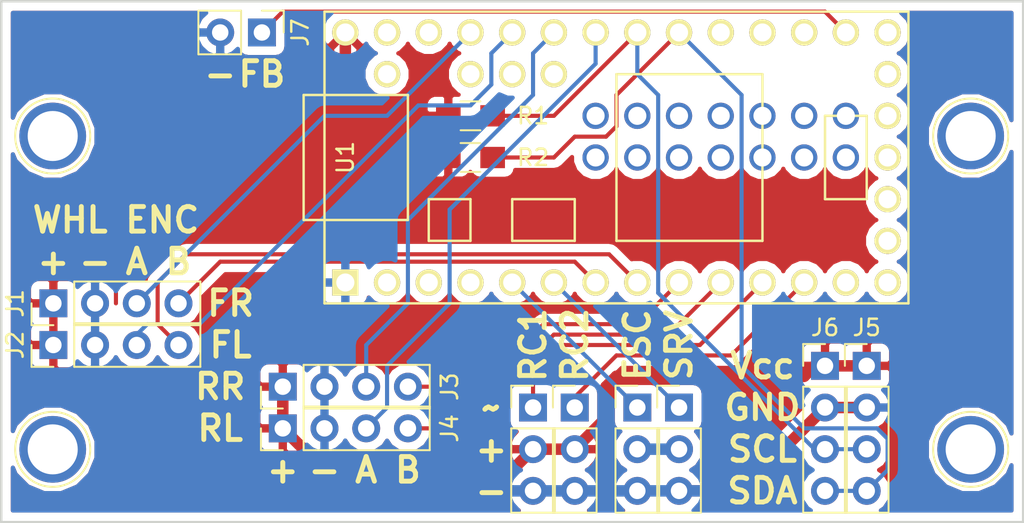
<source format=kicad_pcb>
(kicad_pcb (version 4) (host pcbnew 4.0.6)

  (general
    (links 41)
    (no_connects 0)
    (area 50.089999 45.009999 112.470001 76.910001)
    (thickness 1.6)
    (drawings 30)
    (tracks 98)
    (zones 0)
    (modules 18)
    (nets 53)
  )

  (page A4)
  (layers
    (0 F.Cu signal)
    (31 B.Cu signal)
    (32 B.Adhes user)
    (33 F.Adhes user)
    (34 B.Paste user)
    (35 F.Paste user)
    (36 B.SilkS user)
    (37 F.SilkS user)
    (38 B.Mask user)
    (39 F.Mask user)
    (40 Dwgs.User user)
    (41 Cmts.User user)
    (42 Eco1.User user)
    (43 Eco2.User user)
    (44 Edge.Cuts user)
    (45 Margin user)
    (46 B.CrtYd user)
    (47 F.CrtYd user)
    (48 B.Fab user)
    (49 F.Fab user)
  )

  (setup
    (last_trace_width 0.25)
    (user_trace_width 0.4)
    (user_trace_width 0.7)
    (trace_clearance 0.2)
    (zone_clearance 0.508)
    (zone_45_only no)
    (trace_min 0.2)
    (segment_width 0.2)
    (edge_width 0.15)
    (via_size 0.6)
    (via_drill 0.4)
    (via_min_size 0.4)
    (via_min_drill 0.3)
    (uvia_size 0.3)
    (uvia_drill 0.1)
    (uvias_allowed no)
    (uvia_min_size 0.2)
    (uvia_min_drill 0.1)
    (pcb_text_width 0.3)
    (pcb_text_size 1.5 1.5)
    (mod_edge_width 0.15)
    (mod_text_size 1 1)
    (mod_text_width 0.15)
    (pad_size 1.524 1.524)
    (pad_drill 0.762)
    (pad_to_mask_clearance 0.2)
    (aux_axis_origin 0 0)
    (visible_elements FFFFFF7F)
    (pcbplotparams
      (layerselection 0x010f0_80000001)
      (usegerberextensions true)
      (excludeedgelayer true)
      (linewidth 0.100000)
      (plotframeref false)
      (viasonmask false)
      (mode 1)
      (useauxorigin false)
      (hpglpennumber 1)
      (hpglpenspeed 20)
      (hpglpendiameter 15)
      (hpglpenoverlay 2)
      (psnegative false)
      (psa4output false)
      (plotreference true)
      (plotvalue true)
      (plotinvisibletext false)
      (padsonsilk false)
      (subtractmaskfromsilk false)
      (outputformat 1)
      (mirror false)
      (drillshape 0)
      (scaleselection 1)
      (outputdirectory gerbers))
  )

  (net 0 "")
  (net 1 VCC)
  (net 2 GND)
  (net 3 /SCL)
  (net 4 /SDA)
  (net 5 /SRV_POS)
  (net 6 /ESC_OUT)
  (net 7 +6V)
  (net 8 /SRV_OUT)
  (net 9 "Net-(U1-Pad17)")
  (net 10 "Net-(U1-Pad18)")
  (net 11 "Net-(U1-Pad19)")
  (net 12 "Net-(U1-Pad20)")
  (net 13 "Net-(U1-Pad16)")
  (net 14 "Net-(U1-Pad15)")
  (net 15 "Net-(U1-Pad14)")
  (net 16 "Net-(U1-Pad22)")
  (net 17 "Net-(U1-Pad23)")
  (net 18 "Net-(U1-Pad24)")
  (net 19 "Net-(U1-Pad31)")
  (net 20 "Net-(U1-Pad32)")
  (net 21 "Net-(U1-Pad34)")
  (net 22 "Net-(U1-Pad35)")
  (net 23 "Net-(U1-Pad36)")
  (net 24 "Net-(U1-Pad37)")
  (net 25 "Net-(U1-Pad13)")
  (net 26 "Net-(U1-Pad4)")
  (net 27 "Net-(U1-Pad3)")
  (net 28 "Net-(U1-Pad2)")
  (net 29 "Net-(U1-Pad38)")
  (net 30 "Net-(U1-Pad39)")
  (net 31 "Net-(U1-Pad40)")
  (net 32 "Net-(U1-Pad41)")
  (net 33 "Net-(U1-Pad42)")
  (net 34 "Net-(U1-Pad43)")
  (net 35 "Net-(U1-Pad44)")
  (net 36 "Net-(U1-Pad45)")
  (net 37 "Net-(U1-Pad46)")
  (net 38 "Net-(U1-Pad47)")
  (net 39 "Net-(U1-Pad48)")
  (net 40 "Net-(U1-Pad49)")
  (net 41 "Net-(U1-Pad50)")
  (net 42 "Net-(U1-Pad51)")
  (net 43 /ENC1A)
  (net 44 /ENC1B)
  (net 45 /ENC2A)
  (net 46 /ENC2B)
  (net 47 /ENC3A)
  (net 48 /ENC3B)
  (net 49 /ENC4A)
  (net 50 /ENC4B)
  (net 51 /RCIN1)
  (net 52 /RCIN2)

  (net_class Default "This is the default net class."
    (clearance 0.2)
    (trace_width 0.25)
    (via_dia 0.6)
    (via_drill 0.4)
    (uvia_dia 0.3)
    (uvia_drill 0.1)
    (add_net +6V)
    (add_net /ENC1A)
    (add_net /ENC1B)
    (add_net /ENC2A)
    (add_net /ENC2B)
    (add_net /ENC3A)
    (add_net /ENC3B)
    (add_net /ENC4A)
    (add_net /ENC4B)
    (add_net /ESC_OUT)
    (add_net /RCIN1)
    (add_net /RCIN2)
    (add_net /SCL)
    (add_net /SDA)
    (add_net /SRV_OUT)
    (add_net /SRV_POS)
    (add_net GND)
    (add_net "Net-(U1-Pad13)")
    (add_net "Net-(U1-Pad14)")
    (add_net "Net-(U1-Pad15)")
    (add_net "Net-(U1-Pad16)")
    (add_net "Net-(U1-Pad17)")
    (add_net "Net-(U1-Pad18)")
    (add_net "Net-(U1-Pad19)")
    (add_net "Net-(U1-Pad2)")
    (add_net "Net-(U1-Pad20)")
    (add_net "Net-(U1-Pad22)")
    (add_net "Net-(U1-Pad23)")
    (add_net "Net-(U1-Pad24)")
    (add_net "Net-(U1-Pad3)")
    (add_net "Net-(U1-Pad31)")
    (add_net "Net-(U1-Pad32)")
    (add_net "Net-(U1-Pad34)")
    (add_net "Net-(U1-Pad35)")
    (add_net "Net-(U1-Pad36)")
    (add_net "Net-(U1-Pad37)")
    (add_net "Net-(U1-Pad38)")
    (add_net "Net-(U1-Pad39)")
    (add_net "Net-(U1-Pad4)")
    (add_net "Net-(U1-Pad40)")
    (add_net "Net-(U1-Pad41)")
    (add_net "Net-(U1-Pad42)")
    (add_net "Net-(U1-Pad43)")
    (add_net "Net-(U1-Pad44)")
    (add_net "Net-(U1-Pad45)")
    (add_net "Net-(U1-Pad46)")
    (add_net "Net-(U1-Pad47)")
    (add_net "Net-(U1-Pad48)")
    (add_net "Net-(U1-Pad49)")
    (add_net "Net-(U1-Pad50)")
    (add_net "Net-(U1-Pad51)")
    (add_net VCC)
  )

  (module Connectors:1pin (layer F.Cu) (tedit 595AB66A) (tstamp 595AB510)
    (at 53.3 53.3)
    (descr "module 1 pin (ou trou mecanique de percage)")
    (tags DEV)
    (fp_text reference REF** (at 0 -3.048) (layer F.SilkS) hide
      (effects (font (size 1 1) (thickness 0.15)))
    )
    (fp_text value 1pin (at 0 3) (layer F.Fab) hide
      (effects (font (size 1 1) (thickness 0.15)))
    )
    (fp_circle (center 0 0) (end 2 0.8) (layer F.Fab) (width 0.1))
    (fp_circle (center 0 0) (end 2.6 0) (layer F.CrtYd) (width 0.05))
    (fp_circle (center 0 0) (end 0 -2.286) (layer F.SilkS) (width 0.12))
    (pad 1 thru_hole circle (at 0 0) (size 4.064 4.064) (drill 3.048) (layers *.Cu *.Mask))
  )

  (module Pin_Headers:Pin_Header_Straight_1x04_Pitch2.54mm (layer F.Cu) (tedit 595ABC08) (tstamp 595A873B)
    (at 53.34 63.5 90)
    (descr "Through hole straight pin header, 1x04, 2.54mm pitch, single row")
    (tags "Through hole pin header THT 1x04 2.54mm single row")
    (path /595A7CD1)
    (fp_text reference J1 (at 0 -2.33 90) (layer F.SilkS)
      (effects (font (size 1 1) (thickness 0.15)))
    )
    (fp_text value CONN_01X04_MALE (at 0 9.95 90) (layer F.Fab) hide
      (effects (font (size 1 1) (thickness 0.15)))
    )
    (fp_line (start -1.27 -1.27) (end -1.27 8.89) (layer F.Fab) (width 0.1))
    (fp_line (start -1.27 8.89) (end 1.27 8.89) (layer F.Fab) (width 0.1))
    (fp_line (start 1.27 8.89) (end 1.27 -1.27) (layer F.Fab) (width 0.1))
    (fp_line (start 1.27 -1.27) (end -1.27 -1.27) (layer F.Fab) (width 0.1))
    (fp_line (start -1.33 1.27) (end -1.33 8.95) (layer F.SilkS) (width 0.12))
    (fp_line (start -1.33 8.95) (end 1.33 8.95) (layer F.SilkS) (width 0.12))
    (fp_line (start 1.33 8.95) (end 1.33 1.27) (layer F.SilkS) (width 0.12))
    (fp_line (start 1.33 1.27) (end -1.33 1.27) (layer F.SilkS) (width 0.12))
    (fp_line (start -1.33 0) (end -1.33 -1.33) (layer F.SilkS) (width 0.12))
    (fp_line (start -1.33 -1.33) (end 0 -1.33) (layer F.SilkS) (width 0.12))
    (fp_line (start -1.8 -1.8) (end -1.8 9.4) (layer F.CrtYd) (width 0.05))
    (fp_line (start -1.8 9.4) (end 1.8 9.4) (layer F.CrtYd) (width 0.05))
    (fp_line (start 1.8 9.4) (end 1.8 -1.8) (layer F.CrtYd) (width 0.05))
    (fp_line (start 1.8 -1.8) (end -1.8 -1.8) (layer F.CrtYd) (width 0.05))
    (fp_text user %R (at 0 -2.33 90) (layer F.Fab)
      (effects (font (size 1 1) (thickness 0.15)))
    )
    (pad 1 thru_hole rect (at 0 0 90) (size 1.7 1.7) (drill 1) (layers *.Cu *.Mask)
      (net 1 VCC))
    (pad 2 thru_hole oval (at 0 2.54 90) (size 1.7 1.7) (drill 1) (layers *.Cu *.Mask)
      (net 2 GND))
    (pad 3 thru_hole oval (at 0 5.08 90) (size 1.7 1.7) (drill 1) (layers *.Cu *.Mask)
      (net 43 /ENC1A))
    (pad 4 thru_hole oval (at 0 7.62 90) (size 1.7 1.7) (drill 1) (layers *.Cu *.Mask)
      (net 44 /ENC1B))
    (model ${KISYS3DMOD}/Pin_Headers.3dshapes/Pin_Header_Straight_1x04_Pitch2.54mm.wrl
      (at (xyz 0 -0.15 0))
      (scale (xyz 1 1 1))
      (rotate (xyz 0 0 90))
    )
  )

  (module Pin_Headers:Pin_Header_Straight_1x04_Pitch2.54mm (layer F.Cu) (tedit 595ABC0C) (tstamp 595A8752)
    (at 53.34 66.04 90)
    (descr "Through hole straight pin header, 1x04, 2.54mm pitch, single row")
    (tags "Through hole pin header THT 1x04 2.54mm single row")
    (path /595A7EA1)
    (fp_text reference J2 (at 0 -2.33 90) (layer F.SilkS)
      (effects (font (size 1 1) (thickness 0.15)))
    )
    (fp_text value CONN_01X04_MALE (at 0 9.95 90) (layer F.Fab) hide
      (effects (font (size 1 1) (thickness 0.15)))
    )
    (fp_line (start -1.27 -1.27) (end -1.27 8.89) (layer F.Fab) (width 0.1))
    (fp_line (start -1.27 8.89) (end 1.27 8.89) (layer F.Fab) (width 0.1))
    (fp_line (start 1.27 8.89) (end 1.27 -1.27) (layer F.Fab) (width 0.1))
    (fp_line (start 1.27 -1.27) (end -1.27 -1.27) (layer F.Fab) (width 0.1))
    (fp_line (start -1.33 1.27) (end -1.33 8.95) (layer F.SilkS) (width 0.12))
    (fp_line (start -1.33 8.95) (end 1.33 8.95) (layer F.SilkS) (width 0.12))
    (fp_line (start 1.33 8.95) (end 1.33 1.27) (layer F.SilkS) (width 0.12))
    (fp_line (start 1.33 1.27) (end -1.33 1.27) (layer F.SilkS) (width 0.12))
    (fp_line (start -1.33 0) (end -1.33 -1.33) (layer F.SilkS) (width 0.12))
    (fp_line (start -1.33 -1.33) (end 0 -1.33) (layer F.SilkS) (width 0.12))
    (fp_line (start -1.8 -1.8) (end -1.8 9.4) (layer F.CrtYd) (width 0.05))
    (fp_line (start -1.8 9.4) (end 1.8 9.4) (layer F.CrtYd) (width 0.05))
    (fp_line (start 1.8 9.4) (end 1.8 -1.8) (layer F.CrtYd) (width 0.05))
    (fp_line (start 1.8 -1.8) (end -1.8 -1.8) (layer F.CrtYd) (width 0.05))
    (fp_text user %R (at 0 -2.33 90) (layer F.Fab)
      (effects (font (size 1 1) (thickness 0.15)))
    )
    (pad 1 thru_hole rect (at 0 0 90) (size 1.7 1.7) (drill 1) (layers *.Cu *.Mask)
      (net 1 VCC))
    (pad 2 thru_hole oval (at 0 2.54 90) (size 1.7 1.7) (drill 1) (layers *.Cu *.Mask)
      (net 2 GND))
    (pad 3 thru_hole oval (at 0 5.08 90) (size 1.7 1.7) (drill 1) (layers *.Cu *.Mask)
      (net 45 /ENC2A))
    (pad 4 thru_hole oval (at 0 7.62 90) (size 1.7 1.7) (drill 1) (layers *.Cu *.Mask)
      (net 46 /ENC2B))
    (model ${KISYS3DMOD}/Pin_Headers.3dshapes/Pin_Header_Straight_1x04_Pitch2.54mm.wrl
      (at (xyz 0 -0.15 0))
      (scale (xyz 1 1 1))
      (rotate (xyz 0 0 90))
    )
  )

  (module Pin_Headers:Pin_Header_Straight_1x04_Pitch2.54mm (layer F.Cu) (tedit 595ABD4E) (tstamp 595A8769)
    (at 67.31 68.58 90)
    (descr "Through hole straight pin header, 1x04, 2.54mm pitch, single row")
    (tags "Through hole pin header THT 1x04 2.54mm single row")
    (path /595A7ED5)
    (fp_text reference J3 (at 0 10.16 90) (layer F.SilkS)
      (effects (font (size 1 1) (thickness 0.15)))
    )
    (fp_text value CONN_01X04_MALE (at 0 9.95 90) (layer F.Fab) hide
      (effects (font (size 1 1) (thickness 0.15)))
    )
    (fp_line (start -1.27 -1.27) (end -1.27 8.89) (layer F.Fab) (width 0.1))
    (fp_line (start -1.27 8.89) (end 1.27 8.89) (layer F.Fab) (width 0.1))
    (fp_line (start 1.27 8.89) (end 1.27 -1.27) (layer F.Fab) (width 0.1))
    (fp_line (start 1.27 -1.27) (end -1.27 -1.27) (layer F.Fab) (width 0.1))
    (fp_line (start -1.33 1.27) (end -1.33 8.95) (layer F.SilkS) (width 0.12))
    (fp_line (start -1.33 8.95) (end 1.33 8.95) (layer F.SilkS) (width 0.12))
    (fp_line (start 1.33 8.95) (end 1.33 1.27) (layer F.SilkS) (width 0.12))
    (fp_line (start 1.33 1.27) (end -1.33 1.27) (layer F.SilkS) (width 0.12))
    (fp_line (start -1.33 0) (end -1.33 -1.33) (layer F.SilkS) (width 0.12))
    (fp_line (start -1.33 -1.33) (end 0 -1.33) (layer F.SilkS) (width 0.12))
    (fp_line (start -1.8 -1.8) (end -1.8 9.4) (layer F.CrtYd) (width 0.05))
    (fp_line (start -1.8 9.4) (end 1.8 9.4) (layer F.CrtYd) (width 0.05))
    (fp_line (start 1.8 9.4) (end 1.8 -1.8) (layer F.CrtYd) (width 0.05))
    (fp_line (start 1.8 -1.8) (end -1.8 -1.8) (layer F.CrtYd) (width 0.05))
    (fp_text user %R (at 0 10.16 90) (layer F.Fab)
      (effects (font (size 1 1) (thickness 0.15)))
    )
    (pad 1 thru_hole rect (at 0 0 90) (size 1.7 1.7) (drill 1) (layers *.Cu *.Mask)
      (net 1 VCC))
    (pad 2 thru_hole oval (at 0 2.54 90) (size 1.7 1.7) (drill 1) (layers *.Cu *.Mask)
      (net 2 GND))
    (pad 3 thru_hole oval (at 0 5.08 90) (size 1.7 1.7) (drill 1) (layers *.Cu *.Mask)
      (net 47 /ENC3A))
    (pad 4 thru_hole oval (at 0 7.62 90) (size 1.7 1.7) (drill 1) (layers *.Cu *.Mask)
      (net 48 /ENC3B))
    (model ${KISYS3DMOD}/Pin_Headers.3dshapes/Pin_Header_Straight_1x04_Pitch2.54mm.wrl
      (at (xyz 0 -0.15 0))
      (scale (xyz 1 1 1))
      (rotate (xyz 0 0 90))
    )
  )

  (module Pin_Headers:Pin_Header_Straight_1x04_Pitch2.54mm (layer F.Cu) (tedit 595ABD55) (tstamp 595A8780)
    (at 67.31 71.12 90)
    (descr "Through hole straight pin header, 1x04, 2.54mm pitch, single row")
    (tags "Through hole pin header THT 1x04 2.54mm single row")
    (path /595A7F15)
    (fp_text reference J4 (at 0 10.16 90) (layer F.SilkS)
      (effects (font (size 1 1) (thickness 0.15)))
    )
    (fp_text value CONN_01X04_MALE (at 0 9.95 90) (layer F.Fab) hide
      (effects (font (size 1 1) (thickness 0.15)))
    )
    (fp_line (start -1.27 -1.27) (end -1.27 8.89) (layer F.Fab) (width 0.1))
    (fp_line (start -1.27 8.89) (end 1.27 8.89) (layer F.Fab) (width 0.1))
    (fp_line (start 1.27 8.89) (end 1.27 -1.27) (layer F.Fab) (width 0.1))
    (fp_line (start 1.27 -1.27) (end -1.27 -1.27) (layer F.Fab) (width 0.1))
    (fp_line (start -1.33 1.27) (end -1.33 8.95) (layer F.SilkS) (width 0.12))
    (fp_line (start -1.33 8.95) (end 1.33 8.95) (layer F.SilkS) (width 0.12))
    (fp_line (start 1.33 8.95) (end 1.33 1.27) (layer F.SilkS) (width 0.12))
    (fp_line (start 1.33 1.27) (end -1.33 1.27) (layer F.SilkS) (width 0.12))
    (fp_line (start -1.33 0) (end -1.33 -1.33) (layer F.SilkS) (width 0.12))
    (fp_line (start -1.33 -1.33) (end 0 -1.33) (layer F.SilkS) (width 0.12))
    (fp_line (start -1.8 -1.8) (end -1.8 9.4) (layer F.CrtYd) (width 0.05))
    (fp_line (start -1.8 9.4) (end 1.8 9.4) (layer F.CrtYd) (width 0.05))
    (fp_line (start 1.8 9.4) (end 1.8 -1.8) (layer F.CrtYd) (width 0.05))
    (fp_line (start 1.8 -1.8) (end -1.8 -1.8) (layer F.CrtYd) (width 0.05))
    (fp_text user %R (at 0 10.16 90) (layer F.Fab)
      (effects (font (size 1 1) (thickness 0.15)))
    )
    (pad 1 thru_hole rect (at 0 0 90) (size 1.7 1.7) (drill 1) (layers *.Cu *.Mask)
      (net 1 VCC))
    (pad 2 thru_hole oval (at 0 2.54 90) (size 1.7 1.7) (drill 1) (layers *.Cu *.Mask)
      (net 2 GND))
    (pad 3 thru_hole oval (at 0 5.08 90) (size 1.7 1.7) (drill 1) (layers *.Cu *.Mask)
      (net 49 /ENC4A))
    (pad 4 thru_hole oval (at 0 7.62 90) (size 1.7 1.7) (drill 1) (layers *.Cu *.Mask)
      (net 50 /ENC4B))
    (model ${KISYS3DMOD}/Pin_Headers.3dshapes/Pin_Header_Straight_1x04_Pitch2.54mm.wrl
      (at (xyz 0 -0.15 0))
      (scale (xyz 1 1 1))
      (rotate (xyz 0 0 90))
    )
  )

  (module Pin_Headers:Pin_Header_Straight_1x04_Pitch2.54mm (layer F.Cu) (tedit 595ABBF5) (tstamp 595A8797)
    (at 102.87 67.31)
    (descr "Through hole straight pin header, 1x04, 2.54mm pitch, single row")
    (tags "Through hole pin header THT 1x04 2.54mm single row")
    (path /595A853E)
    (fp_text reference J5 (at 0 -2.33) (layer F.SilkS)
      (effects (font (size 1 1) (thickness 0.15)))
    )
    (fp_text value CONN_01X04_MALE (at 0 9.95) (layer F.Fab) hide
      (effects (font (size 1 1) (thickness 0.15)))
    )
    (fp_line (start -1.27 -1.27) (end -1.27 8.89) (layer F.Fab) (width 0.1))
    (fp_line (start -1.27 8.89) (end 1.27 8.89) (layer F.Fab) (width 0.1))
    (fp_line (start 1.27 8.89) (end 1.27 -1.27) (layer F.Fab) (width 0.1))
    (fp_line (start 1.27 -1.27) (end -1.27 -1.27) (layer F.Fab) (width 0.1))
    (fp_line (start -1.33 1.27) (end -1.33 8.95) (layer F.SilkS) (width 0.12))
    (fp_line (start -1.33 8.95) (end 1.33 8.95) (layer F.SilkS) (width 0.12))
    (fp_line (start 1.33 8.95) (end 1.33 1.27) (layer F.SilkS) (width 0.12))
    (fp_line (start 1.33 1.27) (end -1.33 1.27) (layer F.SilkS) (width 0.12))
    (fp_line (start -1.33 0) (end -1.33 -1.33) (layer F.SilkS) (width 0.12))
    (fp_line (start -1.33 -1.33) (end 0 -1.33) (layer F.SilkS) (width 0.12))
    (fp_line (start -1.8 -1.8) (end -1.8 9.4) (layer F.CrtYd) (width 0.05))
    (fp_line (start -1.8 9.4) (end 1.8 9.4) (layer F.CrtYd) (width 0.05))
    (fp_line (start 1.8 9.4) (end 1.8 -1.8) (layer F.CrtYd) (width 0.05))
    (fp_line (start 1.8 -1.8) (end -1.8 -1.8) (layer F.CrtYd) (width 0.05))
    (fp_text user %R (at 0 -2.33) (layer F.Fab)
      (effects (font (size 1 1) (thickness 0.15)))
    )
    (pad 1 thru_hole rect (at 0 0) (size 1.7 1.7) (drill 1) (layers *.Cu *.Mask)
      (net 1 VCC))
    (pad 2 thru_hole oval (at 0 2.54) (size 1.7 1.7) (drill 1) (layers *.Cu *.Mask)
      (net 2 GND))
    (pad 3 thru_hole oval (at 0 5.08) (size 1.7 1.7) (drill 1) (layers *.Cu *.Mask)
      (net 3 /SCL))
    (pad 4 thru_hole oval (at 0 7.62) (size 1.7 1.7) (drill 1) (layers *.Cu *.Mask)
      (net 4 /SDA))
    (model ${KISYS3DMOD}/Pin_Headers.3dshapes/Pin_Header_Straight_1x04_Pitch2.54mm.wrl
      (at (xyz 0 -0.15 0))
      (scale (xyz 1 1 1))
      (rotate (xyz 0 0 90))
    )
  )

  (module Pin_Headers:Pin_Header_Straight_1x04_Pitch2.54mm (layer F.Cu) (tedit 595ABBF9) (tstamp 595A87AE)
    (at 100.33 67.31)
    (descr "Through hole straight pin header, 1x04, 2.54mm pitch, single row")
    (tags "Through hole pin header THT 1x04 2.54mm single row")
    (path /595A85E6)
    (fp_text reference J6 (at 0 -2.33) (layer F.SilkS)
      (effects (font (size 1 1) (thickness 0.15)))
    )
    (fp_text value CONN_01X04_MALE (at 0 9.95) (layer F.Fab) hide
      (effects (font (size 1 1) (thickness 0.15)))
    )
    (fp_line (start -1.27 -1.27) (end -1.27 8.89) (layer F.Fab) (width 0.1))
    (fp_line (start -1.27 8.89) (end 1.27 8.89) (layer F.Fab) (width 0.1))
    (fp_line (start 1.27 8.89) (end 1.27 -1.27) (layer F.Fab) (width 0.1))
    (fp_line (start 1.27 -1.27) (end -1.27 -1.27) (layer F.Fab) (width 0.1))
    (fp_line (start -1.33 1.27) (end -1.33 8.95) (layer F.SilkS) (width 0.12))
    (fp_line (start -1.33 8.95) (end 1.33 8.95) (layer F.SilkS) (width 0.12))
    (fp_line (start 1.33 8.95) (end 1.33 1.27) (layer F.SilkS) (width 0.12))
    (fp_line (start 1.33 1.27) (end -1.33 1.27) (layer F.SilkS) (width 0.12))
    (fp_line (start -1.33 0) (end -1.33 -1.33) (layer F.SilkS) (width 0.12))
    (fp_line (start -1.33 -1.33) (end 0 -1.33) (layer F.SilkS) (width 0.12))
    (fp_line (start -1.8 -1.8) (end -1.8 9.4) (layer F.CrtYd) (width 0.05))
    (fp_line (start -1.8 9.4) (end 1.8 9.4) (layer F.CrtYd) (width 0.05))
    (fp_line (start 1.8 9.4) (end 1.8 -1.8) (layer F.CrtYd) (width 0.05))
    (fp_line (start 1.8 -1.8) (end -1.8 -1.8) (layer F.CrtYd) (width 0.05))
    (fp_text user %R (at 0 -2.33) (layer F.Fab)
      (effects (font (size 1 1) (thickness 0.15)))
    )
    (pad 1 thru_hole rect (at 0 0) (size 1.7 1.7) (drill 1) (layers *.Cu *.Mask)
      (net 1 VCC))
    (pad 2 thru_hole oval (at 0 2.54) (size 1.7 1.7) (drill 1) (layers *.Cu *.Mask)
      (net 2 GND))
    (pad 3 thru_hole oval (at 0 5.08) (size 1.7 1.7) (drill 1) (layers *.Cu *.Mask)
      (net 3 /SCL))
    (pad 4 thru_hole oval (at 0 7.62) (size 1.7 1.7) (drill 1) (layers *.Cu *.Mask)
      (net 4 /SDA))
    (model ${KISYS3DMOD}/Pin_Headers.3dshapes/Pin_Header_Straight_1x04_Pitch2.54mm.wrl
      (at (xyz 0 -0.15 0))
      (scale (xyz 1 1 1))
      (rotate (xyz 0 0 90))
    )
  )

  (module Pin_Headers:Pin_Header_Straight_1x02_Pitch2.54mm (layer F.Cu) (tedit 595ABC1D) (tstamp 595A87C3)
    (at 66.04 46.99 270)
    (descr "Through hole straight pin header, 1x02, 2.54mm pitch, single row")
    (tags "Through hole pin header THT 1x02 2.54mm single row")
    (path /595A9A94)
    (fp_text reference J7 (at 0 -2.33 270) (layer F.SilkS)
      (effects (font (size 1 1) (thickness 0.15)))
    )
    (fp_text value CONN_01X02_MALE (at 0 4.87 270) (layer F.Fab) hide
      (effects (font (size 1 1) (thickness 0.15)))
    )
    (fp_line (start -1.27 -1.27) (end -1.27 3.81) (layer F.Fab) (width 0.1))
    (fp_line (start -1.27 3.81) (end 1.27 3.81) (layer F.Fab) (width 0.1))
    (fp_line (start 1.27 3.81) (end 1.27 -1.27) (layer F.Fab) (width 0.1))
    (fp_line (start 1.27 -1.27) (end -1.27 -1.27) (layer F.Fab) (width 0.1))
    (fp_line (start -1.33 1.27) (end -1.33 3.87) (layer F.SilkS) (width 0.12))
    (fp_line (start -1.33 3.87) (end 1.33 3.87) (layer F.SilkS) (width 0.12))
    (fp_line (start 1.33 3.87) (end 1.33 1.27) (layer F.SilkS) (width 0.12))
    (fp_line (start 1.33 1.27) (end -1.33 1.27) (layer F.SilkS) (width 0.12))
    (fp_line (start -1.33 0) (end -1.33 -1.33) (layer F.SilkS) (width 0.12))
    (fp_line (start -1.33 -1.33) (end 0 -1.33) (layer F.SilkS) (width 0.12))
    (fp_line (start -1.8 -1.8) (end -1.8 4.35) (layer F.CrtYd) (width 0.05))
    (fp_line (start -1.8 4.35) (end 1.8 4.35) (layer F.CrtYd) (width 0.05))
    (fp_line (start 1.8 4.35) (end 1.8 -1.8) (layer F.CrtYd) (width 0.05))
    (fp_line (start 1.8 -1.8) (end -1.8 -1.8) (layer F.CrtYd) (width 0.05))
    (fp_text user %R (at 0 -2.33 270) (layer F.Fab)
      (effects (font (size 1 1) (thickness 0.15)))
    )
    (pad 1 thru_hole rect (at 0 0 270) (size 1.7 1.7) (drill 1) (layers *.Cu *.Mask)
      (net 5 /SRV_POS))
    (pad 2 thru_hole oval (at 0 2.54 270) (size 1.7 1.7) (drill 1) (layers *.Cu *.Mask)
      (net 2 GND))
    (model ${KISYS3DMOD}/Pin_Headers.3dshapes/Pin_Header_Straight_1x02_Pitch2.54mm.wrl
      (at (xyz 0 -0.05 0))
      (scale (xyz 1 1 1))
      (rotate (xyz 0 0 90))
    )
  )

  (module Pin_Headers:Pin_Header_Straight_1x03_Pitch2.54mm (layer F.Cu) (tedit 595ABC71) (tstamp 595A87D9)
    (at 88.9 69.85)
    (descr "Through hole straight pin header, 1x03, 2.54mm pitch, single row")
    (tags "Through hole pin header THT 1x03 2.54mm single row")
    (path /59511D48)
    (fp_text reference J8 (at 0 -2.33) (layer F.SilkS) hide
      (effects (font (size 1 1) (thickness 0.15)))
    )
    (fp_text value CONN_01X03_MALE (at -3.81 15.24) (layer F.Fab) hide
      (effects (font (size 1 1) (thickness 0.15)))
    )
    (fp_line (start -1.27 -1.27) (end -1.27 6.35) (layer F.Fab) (width 0.1))
    (fp_line (start -1.27 6.35) (end 1.27 6.35) (layer F.Fab) (width 0.1))
    (fp_line (start 1.27 6.35) (end 1.27 -1.27) (layer F.Fab) (width 0.1))
    (fp_line (start 1.27 -1.27) (end -1.27 -1.27) (layer F.Fab) (width 0.1))
    (fp_line (start -1.33 1.27) (end -1.33 6.41) (layer F.SilkS) (width 0.12))
    (fp_line (start -1.33 6.41) (end 1.33 6.41) (layer F.SilkS) (width 0.12))
    (fp_line (start 1.33 6.41) (end 1.33 1.27) (layer F.SilkS) (width 0.12))
    (fp_line (start 1.33 1.27) (end -1.33 1.27) (layer F.SilkS) (width 0.12))
    (fp_line (start -1.33 0) (end -1.33 -1.33) (layer F.SilkS) (width 0.12))
    (fp_line (start -1.33 -1.33) (end 0 -1.33) (layer F.SilkS) (width 0.12))
    (fp_line (start -1.8 -1.8) (end -1.8 6.85) (layer F.CrtYd) (width 0.05))
    (fp_line (start -1.8 6.85) (end 1.8 6.85) (layer F.CrtYd) (width 0.05))
    (fp_line (start 1.8 6.85) (end 1.8 -1.8) (layer F.CrtYd) (width 0.05))
    (fp_line (start 1.8 -1.8) (end -1.8 -1.8) (layer F.CrtYd) (width 0.05))
    (fp_text user %R (at 0 -2.33) (layer F.Fab) hide
      (effects (font (size 1 1) (thickness 0.15)))
    )
    (pad 1 thru_hole rect (at 0 0) (size 1.7 1.7) (drill 1) (layers *.Cu *.Mask)
      (net 6 /ESC_OUT))
    (pad 2 thru_hole oval (at 0 2.54) (size 1.7 1.7) (drill 1) (layers *.Cu *.Mask)
      (net 7 +6V))
    (pad 3 thru_hole oval (at 0 5.08) (size 1.7 1.7) (drill 1) (layers *.Cu *.Mask)
      (net 2 GND))
    (model ${KISYS3DMOD}/Pin_Headers.3dshapes/Pin_Header_Straight_1x03_Pitch2.54mm.wrl
      (at (xyz 0 -0.1 0))
      (scale (xyz 1 1 1))
      (rotate (xyz 0 0 90))
    )
  )

  (module Pin_Headers:Pin_Header_Straight_1x03_Pitch2.54mm (layer F.Cu) (tedit 595ABC6D) (tstamp 595A87EF)
    (at 91.44 69.85)
    (descr "Through hole straight pin header, 1x03, 2.54mm pitch, single row")
    (tags "Through hole pin header THT 1x03 2.54mm single row")
    (path /595140D3)
    (fp_text reference J9 (at 0 -2.33) (layer F.SilkS) hide
      (effects (font (size 1 1) (thickness 0.15)))
    )
    (fp_text value CONN_01X03_MALE (at -3.81 12.7) (layer F.Fab) hide
      (effects (font (size 1 1) (thickness 0.15)))
    )
    (fp_line (start -1.27 -1.27) (end -1.27 6.35) (layer F.Fab) (width 0.1))
    (fp_line (start -1.27 6.35) (end 1.27 6.35) (layer F.Fab) (width 0.1))
    (fp_line (start 1.27 6.35) (end 1.27 -1.27) (layer F.Fab) (width 0.1))
    (fp_line (start 1.27 -1.27) (end -1.27 -1.27) (layer F.Fab) (width 0.1))
    (fp_line (start -1.33 1.27) (end -1.33 6.41) (layer F.SilkS) (width 0.12))
    (fp_line (start -1.33 6.41) (end 1.33 6.41) (layer F.SilkS) (width 0.12))
    (fp_line (start 1.33 6.41) (end 1.33 1.27) (layer F.SilkS) (width 0.12))
    (fp_line (start 1.33 1.27) (end -1.33 1.27) (layer F.SilkS) (width 0.12))
    (fp_line (start -1.33 0) (end -1.33 -1.33) (layer F.SilkS) (width 0.12))
    (fp_line (start -1.33 -1.33) (end 0 -1.33) (layer F.SilkS) (width 0.12))
    (fp_line (start -1.8 -1.8) (end -1.8 6.85) (layer F.CrtYd) (width 0.05))
    (fp_line (start -1.8 6.85) (end 1.8 6.85) (layer F.CrtYd) (width 0.05))
    (fp_line (start 1.8 6.85) (end 1.8 -1.8) (layer F.CrtYd) (width 0.05))
    (fp_line (start 1.8 -1.8) (end -1.8 -1.8) (layer F.CrtYd) (width 0.05))
    (fp_text user %R (at 0 -2.33) (layer F.Fab) hide
      (effects (font (size 1 1) (thickness 0.15)))
    )
    (pad 1 thru_hole rect (at 0 0) (size 1.7 1.7) (drill 1) (layers *.Cu *.Mask)
      (net 8 /SRV_OUT))
    (pad 2 thru_hole oval (at 0 2.54) (size 1.7 1.7) (drill 1) (layers *.Cu *.Mask)
      (net 7 +6V))
    (pad 3 thru_hole oval (at 0 5.08) (size 1.7 1.7) (drill 1) (layers *.Cu *.Mask)
      (net 2 GND))
    (model ${KISYS3DMOD}/Pin_Headers.3dshapes/Pin_Header_Straight_1x03_Pitch2.54mm.wrl
      (at (xyz 0 -0.1 0))
      (scale (xyz 1 1 1))
      (rotate (xyz 0 0 90))
    )
  )

  (module Resistors_SMD:R_0805_HandSoldering (layer F.Cu) (tedit 595ACD26) (tstamp 595A8800)
    (at 78.74 52.07)
    (descr "Resistor SMD 0805, hand soldering")
    (tags "resistor 0805")
    (path /595A91F8)
    (attr smd)
    (fp_text reference R1 (at 3.81 0) (layer F.SilkS)
      (effects (font (size 1 1) (thickness 0.15)))
    )
    (fp_text value 4k7 (at -3.81 0) (layer F.Fab)
      (effects (font (size 1 1) (thickness 0.15)))
    )
    (fp_text user %R (at 0 0) (layer F.Fab)
      (effects (font (size 0.5 0.5) (thickness 0.075)))
    )
    (fp_line (start -1 0.62) (end -1 -0.62) (layer F.Fab) (width 0.1))
    (fp_line (start 1 0.62) (end -1 0.62) (layer F.Fab) (width 0.1))
    (fp_line (start 1 -0.62) (end 1 0.62) (layer F.Fab) (width 0.1))
    (fp_line (start -1 -0.62) (end 1 -0.62) (layer F.Fab) (width 0.1))
    (fp_line (start 0.6 0.88) (end -0.6 0.88) (layer F.SilkS) (width 0.12))
    (fp_line (start -0.6 -0.88) (end 0.6 -0.88) (layer F.SilkS) (width 0.12))
    (fp_line (start -2.35 -0.9) (end 2.35 -0.9) (layer F.CrtYd) (width 0.05))
    (fp_line (start -2.35 -0.9) (end -2.35 0.9) (layer F.CrtYd) (width 0.05))
    (fp_line (start 2.35 0.9) (end 2.35 -0.9) (layer F.CrtYd) (width 0.05))
    (fp_line (start 2.35 0.9) (end -2.35 0.9) (layer F.CrtYd) (width 0.05))
    (pad 1 smd rect (at -1.35 0) (size 1.5 1.3) (layers F.Cu F.Paste F.Mask)
      (net 1 VCC))
    (pad 2 smd rect (at 1.35 0) (size 1.5 1.3) (layers F.Cu F.Paste F.Mask)
      (net 3 /SCL))
    (model ${KISYS3DMOD}/Resistors_SMD.3dshapes/R_0805.wrl
      (at (xyz 0 0 0))
      (scale (xyz 1 1 1))
      (rotate (xyz 0 0 0))
    )
  )

  (module Resistors_SMD:R_0805_HandSoldering (layer F.Cu) (tedit 595ACD2A) (tstamp 595A8811)
    (at 78.74 54.61)
    (descr "Resistor SMD 0805, hand soldering")
    (tags "resistor 0805")
    (path /595A9248)
    (attr smd)
    (fp_text reference R2 (at 3.81 0) (layer F.SilkS)
      (effects (font (size 1 1) (thickness 0.15)))
    )
    (fp_text value 4k7 (at -3.81 0) (layer F.Fab)
      (effects (font (size 1 1) (thickness 0.15)))
    )
    (fp_text user %R (at 0 0) (layer F.Fab)
      (effects (font (size 0.5 0.5) (thickness 0.075)))
    )
    (fp_line (start -1 0.62) (end -1 -0.62) (layer F.Fab) (width 0.1))
    (fp_line (start 1 0.62) (end -1 0.62) (layer F.Fab) (width 0.1))
    (fp_line (start 1 -0.62) (end 1 0.62) (layer F.Fab) (width 0.1))
    (fp_line (start -1 -0.62) (end 1 -0.62) (layer F.Fab) (width 0.1))
    (fp_line (start 0.6 0.88) (end -0.6 0.88) (layer F.SilkS) (width 0.12))
    (fp_line (start -0.6 -0.88) (end 0.6 -0.88) (layer F.SilkS) (width 0.12))
    (fp_line (start -2.35 -0.9) (end 2.35 -0.9) (layer F.CrtYd) (width 0.05))
    (fp_line (start -2.35 -0.9) (end -2.35 0.9) (layer F.CrtYd) (width 0.05))
    (fp_line (start 2.35 0.9) (end 2.35 -0.9) (layer F.CrtYd) (width 0.05))
    (fp_line (start 2.35 0.9) (end -2.35 0.9) (layer F.CrtYd) (width 0.05))
    (pad 1 smd rect (at -1.35 0) (size 1.5 1.3) (layers F.Cu F.Paste F.Mask)
      (net 1 VCC))
    (pad 2 smd rect (at 1.35 0) (size 1.5 1.3) (layers F.Cu F.Paste F.Mask)
      (net 4 /SDA))
    (model ${KISYS3DMOD}/Resistors_SMD.3dshapes/R_0805.wrl
      (at (xyz 0 0 0))
      (scale (xyz 1 1 1))
      (rotate (xyz 0 0 0))
    )
  )

  (module Teensy:Teensy30_31_32_LC (layer F.Cu) (tedit 595ACFF6) (tstamp 595A8862)
    (at 87.63 54.61)
    (path /595A9FB1)
    (fp_text reference U1 (at -16.51 0 90) (layer F.SilkS)
      (effects (font (size 1 1) (thickness 0.15)))
    )
    (fp_text value Teensy3.2 (at 0 10.16) (layer F.Fab)
      (effects (font (size 1 1) (thickness 0.15)))
    )
    (fp_line (start -17.78 3.81) (end -19.05 3.81) (layer F.SilkS) (width 0.15))
    (fp_line (start -19.05 3.81) (end -19.05 -3.81) (layer F.SilkS) (width 0.15))
    (fp_line (start -19.05 -3.81) (end -17.78 -3.81) (layer F.SilkS) (width 0.15))
    (fp_line (start -6.35 5.08) (end -2.54 5.08) (layer F.SilkS) (width 0.15))
    (fp_line (start -2.54 5.08) (end -2.54 2.54) (layer F.SilkS) (width 0.15))
    (fp_line (start -2.54 2.54) (end -6.35 2.54) (layer F.SilkS) (width 0.15))
    (fp_line (start -6.35 2.54) (end -6.35 5.08) (layer F.SilkS) (width 0.15))
    (fp_line (start -12.7 3.81) (end -12.7 -3.81) (layer F.SilkS) (width 0.15))
    (fp_line (start -12.7 -3.81) (end -17.78 -3.81) (layer F.SilkS) (width 0.15))
    (fp_line (start -12.7 3.81) (end -17.78 3.81) (layer F.SilkS) (width 0.15))
    (fp_line (start -11.43 5.08) (end -8.89 5.08) (layer F.SilkS) (width 0.15))
    (fp_line (start -8.89 5.08) (end -8.89 2.54) (layer F.SilkS) (width 0.15))
    (fp_line (start -8.89 2.54) (end -11.43 2.54) (layer F.SilkS) (width 0.15))
    (fp_line (start -11.43 2.54) (end -11.43 5.08) (layer F.SilkS) (width 0.15))
    (fp_line (start 15.24 -2.54) (end 15.24 2.54) (layer F.SilkS) (width 0.15))
    (fp_line (start 15.24 2.54) (end 12.7 2.54) (layer F.SilkS) (width 0.15))
    (fp_line (start 12.7 2.54) (end 12.7 -2.54) (layer F.SilkS) (width 0.15))
    (fp_line (start 12.7 -2.54) (end 15.24 -2.54) (layer F.SilkS) (width 0.15))
    (fp_line (start 8.89 5.08) (end 8.89 -5.08) (layer F.SilkS) (width 0.15))
    (fp_line (start 0 -5.08) (end 0 5.08) (layer F.SilkS) (width 0.15))
    (fp_line (start 8.89 -5.08) (end 0 -5.08) (layer F.SilkS) (width 0.15))
    (fp_line (start 8.89 5.08) (end 0 5.08) (layer F.SilkS) (width 0.15))
    (fp_line (start -17.78 -8.89) (end 17.78 -8.89) (layer F.SilkS) (width 0.15))
    (fp_line (start 17.78 -8.89) (end 17.78 8.89) (layer F.SilkS) (width 0.15))
    (fp_line (start 17.78 8.89) (end -17.78 8.89) (layer F.SilkS) (width 0.15))
    (fp_line (start -17.78 8.89) (end -17.78 -8.89) (layer F.SilkS) (width 0.15))
    (pad 17 thru_hole circle (at 16.51 0) (size 1.6 1.6) (drill 1.1) (layers *.Cu *.Mask F.SilkS)
      (net 9 "Net-(U1-Pad17)"))
    (pad 18 thru_hole circle (at 16.51 -2.54) (size 1.6 1.6) (drill 1.1) (layers *.Cu *.Mask F.SilkS)
      (net 10 "Net-(U1-Pad18)"))
    (pad 19 thru_hole circle (at 16.51 -5.08) (size 1.6 1.6) (drill 1.1) (layers *.Cu *.Mask F.SilkS)
      (net 11 "Net-(U1-Pad19)"))
    (pad 20 thru_hole circle (at 16.51 -7.62) (size 1.6 1.6) (drill 1.1) (layers *.Cu *.Mask F.SilkS)
      (net 12 "Net-(U1-Pad20)"))
    (pad 16 thru_hole circle (at 16.51 2.54) (size 1.6 1.6) (drill 1.1) (layers *.Cu *.Mask F.SilkS)
      (net 13 "Net-(U1-Pad16)"))
    (pad 15 thru_hole circle (at 16.51 5.08) (size 1.6 1.6) (drill 1.1) (layers *.Cu *.Mask F.SilkS)
      (net 14 "Net-(U1-Pad15)"))
    (pad 14 thru_hole circle (at 16.51 7.62) (size 1.6 1.6) (drill 1.1) (layers *.Cu *.Mask F.SilkS)
      (net 15 "Net-(U1-Pad14)"))
    (pad 21 thru_hole circle (at 13.97 -7.62) (size 1.6 1.6) (drill 1.1) (layers *.Cu *.Mask F.SilkS)
      (net 5 /SRV_POS))
    (pad 22 thru_hole circle (at 11.43 -7.62) (size 1.6 1.6) (drill 1.1) (layers *.Cu *.Mask F.SilkS)
      (net 16 "Net-(U1-Pad22)"))
    (pad 23 thru_hole circle (at 8.89 -7.62) (size 1.6 1.6) (drill 1.1) (layers *.Cu *.Mask F.SilkS)
      (net 17 "Net-(U1-Pad23)"))
    (pad 24 thru_hole circle (at 6.35 -7.62) (size 1.6 1.6) (drill 1.1) (layers *.Cu *.Mask F.SilkS)
      (net 18 "Net-(U1-Pad24)"))
    (pad 25 thru_hole circle (at 3.81 -7.62) (size 1.6 1.6) (drill 1.1) (layers *.Cu *.Mask F.SilkS)
      (net 4 /SDA))
    (pad 26 thru_hole circle (at 1.27 -7.62) (size 1.6 1.6) (drill 1.1) (layers *.Cu *.Mask F.SilkS)
      (net 3 /SCL))
    (pad 27 thru_hole circle (at -1.27 -7.62) (size 1.6 1.6) (drill 1.1) (layers *.Cu *.Mask F.SilkS)
      (net 49 /ENC4A))
    (pad 28 thru_hole circle (at -3.81 -7.62) (size 1.6 1.6) (drill 1.1) (layers *.Cu *.Mask F.SilkS)
      (net 47 /ENC3A))
    (pad 29 thru_hole circle (at -6.35 -7.62) (size 1.6 1.6) (drill 1.1) (layers *.Cu *.Mask F.SilkS)
      (net 45 /ENC2A))
    (pad 30 thru_hole circle (at -8.89 -7.62) (size 1.6 1.6) (drill 1.1) (layers *.Cu *.Mask F.SilkS)
      (net 43 /ENC1A))
    (pad 31 thru_hole circle (at -11.43 -7.62) (size 1.6 1.6) (drill 1.1) (layers *.Cu *.Mask F.SilkS)
      (net 19 "Net-(U1-Pad31)"))
    (pad 32 thru_hole circle (at -13.97 -7.62) (size 1.6 1.6) (drill 1.1) (layers *.Cu *.Mask F.SilkS)
      (net 20 "Net-(U1-Pad32)"))
    (pad 33 thru_hole circle (at -16.51 -7.62) (size 1.6 1.6) (drill 1.1) (layers *.Cu *.Mask F.SilkS)
      (net 1 VCC))
    (pad 34 thru_hole circle (at -13.97 -5.08) (size 1.6 1.6) (drill 1.1) (layers *.Cu *.Mask F.SilkS)
      (net 21 "Net-(U1-Pad34)"))
    (pad 35 thru_hole circle (at -8.89 -5.08) (size 1.6 1.6) (drill 1.1) (layers *.Cu *.Mask F.SilkS)
      (net 22 "Net-(U1-Pad35)"))
    (pad 36 thru_hole circle (at -6.35 -5.08) (size 1.6 1.6) (drill 1.1) (layers *.Cu *.Mask F.SilkS)
      (net 23 "Net-(U1-Pad36)"))
    (pad 37 thru_hole circle (at -3.81 -5.08) (size 1.6 1.6) (drill 1.1) (layers *.Cu *.Mask F.SilkS)
      (net 24 "Net-(U1-Pad37)"))
    (pad 13 thru_hole circle (at 13.97 7.62) (size 1.6 1.6) (drill 1.1) (layers *.Cu *.Mask F.SilkS)
      (net 25 "Net-(U1-Pad13)"))
    (pad 12 thru_hole circle (at 11.43 7.62) (size 1.6 1.6) (drill 1.1) (layers *.Cu *.Mask F.SilkS)
      (net 52 /RCIN2))
    (pad 11 thru_hole circle (at 8.89 7.62) (size 1.6 1.6) (drill 1.1) (layers *.Cu *.Mask F.SilkS)
      (net 51 /RCIN1))
    (pad 10 thru_hole circle (at 6.35 7.62) (size 1.6 1.6) (drill 1.1) (layers *.Cu *.Mask F.SilkS)
      (net 50 /ENC4B))
    (pad 9 thru_hole circle (at 3.81 7.62) (size 1.6 1.6) (drill 1.1) (layers *.Cu *.Mask F.SilkS)
      (net 48 /ENC3B))
    (pad 8 thru_hole circle (at 1.27 7.62) (size 1.6 1.6) (drill 1.1) (layers *.Cu *.Mask F.SilkS)
      (net 46 /ENC2B))
    (pad 7 thru_hole circle (at -1.27 7.62) (size 1.6 1.6) (drill 1.1) (layers *.Cu *.Mask F.SilkS)
      (net 44 /ENC1B))
    (pad 6 thru_hole circle (at -3.81 7.62) (size 1.6 1.6) (drill 1.1) (layers *.Cu *.Mask F.SilkS)
      (net 8 /SRV_OUT))
    (pad 5 thru_hole circle (at -6.35 7.62) (size 1.6 1.6) (drill 1.1) (layers *.Cu *.Mask F.SilkS)
      (net 6 /ESC_OUT))
    (pad 4 thru_hole circle (at -8.89 7.62) (size 1.6 1.6) (drill 1.1) (layers *.Cu *.Mask F.SilkS)
      (net 26 "Net-(U1-Pad4)"))
    (pad 3 thru_hole circle (at -11.43 7.62) (size 1.6 1.6) (drill 1.1) (layers *.Cu *.Mask F.SilkS)
      (net 27 "Net-(U1-Pad3)"))
    (pad 2 thru_hole circle (at -13.97 7.62) (size 1.6 1.6) (drill 1.1) (layers *.Cu *.Mask F.SilkS)
      (net 28 "Net-(U1-Pad2)"))
    (pad 1 thru_hole rect (at -16.51 7.62) (size 1.6 1.6) (drill 1.1) (layers *.Cu *.Mask F.SilkS)
      (net 2 GND))
    (pad 38 thru_hole circle (at -1.27 0) (size 1.6 1.6) (drill 1.1) (layers *.Cu *.Mask)
      (net 29 "Net-(U1-Pad38)"))
    (pad 39 thru_hole circle (at 1.27 0) (size 1.6 1.6) (drill 1.1) (layers *.Cu *.Mask)
      (net 30 "Net-(U1-Pad39)"))
    (pad 40 thru_hole circle (at 3.81 0) (size 1.6 1.6) (drill 1.1) (layers *.Cu *.Mask)
      (net 31 "Net-(U1-Pad40)"))
    (pad 41 thru_hole circle (at 6.35 0) (size 1.6 1.6) (drill 1.1) (layers *.Cu *.Mask)
      (net 32 "Net-(U1-Pad41)"))
    (pad 42 thru_hole circle (at 8.89 0) (size 1.6 1.6) (drill 1.1) (layers *.Cu *.Mask)
      (net 33 "Net-(U1-Pad42)"))
    (pad 43 thru_hole circle (at 11.43 0) (size 1.6 1.6) (drill 1.1) (layers *.Cu *.Mask)
      (net 34 "Net-(U1-Pad43)"))
    (pad 44 thru_hole circle (at 13.97 0) (size 1.6 1.6) (drill 1.1) (layers *.Cu *.Mask)
      (net 35 "Net-(U1-Pad44)"))
    (pad 45 thru_hole circle (at 13.97 -2.54) (size 1.6 1.6) (drill 1.1) (layers *.Cu *.Mask)
      (net 36 "Net-(U1-Pad45)"))
    (pad 46 thru_hole circle (at 11.43 -2.54) (size 1.6 1.6) (drill 1.1) (layers *.Cu *.Mask)
      (net 37 "Net-(U1-Pad46)"))
    (pad 47 thru_hole circle (at 8.89 -2.54) (size 1.6 1.6) (drill 1.1) (layers *.Cu *.Mask)
      (net 38 "Net-(U1-Pad47)"))
    (pad 48 thru_hole circle (at 6.35 -2.54) (size 1.6 1.6) (drill 1.1) (layers *.Cu *.Mask)
      (net 39 "Net-(U1-Pad48)"))
    (pad 49 thru_hole circle (at 3.81 -2.54) (size 1.6 1.6) (drill 1.1) (layers *.Cu *.Mask)
      (net 40 "Net-(U1-Pad49)"))
    (pad 50 thru_hole circle (at 1.27 -2.54) (size 1.6 1.6) (drill 1.1) (layers *.Cu *.Mask)
      (net 41 "Net-(U1-Pad50)"))
    (pad 51 thru_hole circle (at -1.27 -2.54) (size 1.6 1.6) (drill 1.1) (layers *.Cu *.Mask)
      (net 42 "Net-(U1-Pad51)"))
  )

  (module Connectors:1pin (layer F.Cu) (tedit 595AB66D) (tstamp 595AB51E)
    (at 109.2 53.3)
    (descr "module 1 pin (ou trou mecanique de percage)")
    (tags DEV)
    (fp_text reference REF** (at 0.02 -3.77) (layer F.SilkS) hide
      (effects (font (size 1 1) (thickness 0.15)))
    )
    (fp_text value 1pin (at 0 3) (layer F.Fab) hide
      (effects (font (size 1 1) (thickness 0.15)))
    )
    (fp_circle (center 0 0) (end 2 0.8) (layer F.Fab) (width 0.1))
    (fp_circle (center 0 0) (end 2.6 0) (layer F.CrtYd) (width 0.05))
    (fp_circle (center 0 0) (end 0 -2.286) (layer F.SilkS) (width 0.12))
    (pad 1 thru_hole circle (at 0 0) (size 4.064 4.064) (drill 3.048) (layers *.Cu *.Mask))
  )

  (module Connectors:1pin (layer F.Cu) (tedit 595AB674) (tstamp 595AB5A2)
    (at 53.3 72.4)
    (descr "module 1 pin (ou trou mecanique de percage)")
    (tags DEV)
    (fp_text reference REF** (at 0 -3.048) (layer F.SilkS) hide
      (effects (font (size 1 1) (thickness 0.15)))
    )
    (fp_text value 1pin (at 0 3) (layer F.Fab) hide
      (effects (font (size 1 1) (thickness 0.15)))
    )
    (fp_circle (center 0 0) (end 2 0.8) (layer F.Fab) (width 0.1))
    (fp_circle (center 0 0) (end 2.6 0) (layer F.CrtYd) (width 0.05))
    (fp_circle (center 0 0) (end 0 -2.286) (layer F.SilkS) (width 0.12))
    (pad 1 thru_hole circle (at 0 0) (size 4.064 4.064) (drill 3.048) (layers *.Cu *.Mask))
  )

  (module Connectors:1pin (layer F.Cu) (tedit 595AB670) (tstamp 595AB60B)
    (at 109.2 72.4)
    (descr "module 1 pin (ou trou mecanique de percage)")
    (tags DEV)
    (fp_text reference REF** (at 0 -3.048) (layer F.SilkS) hide
      (effects (font (size 1 1) (thickness 0.15)))
    )
    (fp_text value 1pin (at 0 3) (layer F.Fab) hide
      (effects (font (size 1 1) (thickness 0.15)))
    )
    (fp_circle (center 0 0) (end 2 0.8) (layer F.Fab) (width 0.1))
    (fp_circle (center 0 0) (end 2.6 0) (layer F.CrtYd) (width 0.05))
    (fp_circle (center 0 0) (end 0 -2.286) (layer F.SilkS) (width 0.12))
    (pad 1 thru_hole circle (at 0 0) (size 4.064 4.064) (drill 3.048) (layers *.Cu *.Mask))
  )

  (module Pin_Headers:Pin_Header_Straight_1x03_Pitch2.54mm (layer F.Cu) (tedit 595ABCB0) (tstamp 595ABBCC)
    (at 82.55 69.85)
    (descr "Through hole straight pin header, 1x03, 2.54mm pitch, single row")
    (tags "Through hole pin header THT 1x03 2.54mm single row")
    (path /595ABB84)
    (fp_text reference J10 (at 0 -2.33) (layer F.SilkS) hide
      (effects (font (size 1 1) (thickness 0.15)))
    )
    (fp_text value CONN_01X03_MALE (at 0 7.41) (layer F.Fab) hide
      (effects (font (size 1 1) (thickness 0.15)))
    )
    (fp_line (start -1.27 -1.27) (end -1.27 6.35) (layer F.Fab) (width 0.1))
    (fp_line (start -1.27 6.35) (end 1.27 6.35) (layer F.Fab) (width 0.1))
    (fp_line (start 1.27 6.35) (end 1.27 -1.27) (layer F.Fab) (width 0.1))
    (fp_line (start 1.27 -1.27) (end -1.27 -1.27) (layer F.Fab) (width 0.1))
    (fp_line (start -1.33 1.27) (end -1.33 6.41) (layer F.SilkS) (width 0.12))
    (fp_line (start -1.33 6.41) (end 1.33 6.41) (layer F.SilkS) (width 0.12))
    (fp_line (start 1.33 6.41) (end 1.33 1.27) (layer F.SilkS) (width 0.12))
    (fp_line (start 1.33 1.27) (end -1.33 1.27) (layer F.SilkS) (width 0.12))
    (fp_line (start -1.33 0) (end -1.33 -1.33) (layer F.SilkS) (width 0.12))
    (fp_line (start -1.33 -1.33) (end 0 -1.33) (layer F.SilkS) (width 0.12))
    (fp_line (start -1.8 -1.8) (end -1.8 6.85) (layer F.CrtYd) (width 0.05))
    (fp_line (start -1.8 6.85) (end 1.8 6.85) (layer F.CrtYd) (width 0.05))
    (fp_line (start 1.8 6.85) (end 1.8 -1.8) (layer F.CrtYd) (width 0.05))
    (fp_line (start 1.8 -1.8) (end -1.8 -1.8) (layer F.CrtYd) (width 0.05))
    (fp_text user %R (at 0 -2.33) (layer F.Fab) hide
      (effects (font (size 1 1) (thickness 0.15)))
    )
    (pad 1 thru_hole rect (at 0 0) (size 1.7 1.7) (drill 1) (layers *.Cu *.Mask)
      (net 51 /RCIN1))
    (pad 2 thru_hole oval (at 0 2.54) (size 1.7 1.7) (drill 1) (layers *.Cu *.Mask)
      (net 1 VCC))
    (pad 3 thru_hole oval (at 0 5.08) (size 1.7 1.7) (drill 1) (layers *.Cu *.Mask)
      (net 2 GND))
    (model ${KISYS3DMOD}/Pin_Headers.3dshapes/Pin_Header_Straight_1x03_Pitch2.54mm.wrl
      (at (xyz 0 -0.1 0))
      (scale (xyz 1 1 1))
      (rotate (xyz 0 0 90))
    )
  )

  (module Pin_Headers:Pin_Header_Straight_1x03_Pitch2.54mm (layer F.Cu) (tedit 595ABCB9) (tstamp 595ABBE2)
    (at 85.09 69.85)
    (descr "Through hole straight pin header, 1x03, 2.54mm pitch, single row")
    (tags "Through hole pin header THT 1x03 2.54mm single row")
    (path /595ABBF9)
    (fp_text reference J11 (at 0 -2.33) (layer F.SilkS) hide
      (effects (font (size 1 1) (thickness 0.15)))
    )
    (fp_text value CONN_01X03_MALE (at 0 7.41) (layer F.Fab) hide
      (effects (font (size 1 1) (thickness 0.15)))
    )
    (fp_line (start -1.27 -1.27) (end -1.27 6.35) (layer F.Fab) (width 0.1))
    (fp_line (start -1.27 6.35) (end 1.27 6.35) (layer F.Fab) (width 0.1))
    (fp_line (start 1.27 6.35) (end 1.27 -1.27) (layer F.Fab) (width 0.1))
    (fp_line (start 1.27 -1.27) (end -1.27 -1.27) (layer F.Fab) (width 0.1))
    (fp_line (start -1.33 1.27) (end -1.33 6.41) (layer F.SilkS) (width 0.12))
    (fp_line (start -1.33 6.41) (end 1.33 6.41) (layer F.SilkS) (width 0.12))
    (fp_line (start 1.33 6.41) (end 1.33 1.27) (layer F.SilkS) (width 0.12))
    (fp_line (start 1.33 1.27) (end -1.33 1.27) (layer F.SilkS) (width 0.12))
    (fp_line (start -1.33 0) (end -1.33 -1.33) (layer F.SilkS) (width 0.12))
    (fp_line (start -1.33 -1.33) (end 0 -1.33) (layer F.SilkS) (width 0.12))
    (fp_line (start -1.8 -1.8) (end -1.8 6.85) (layer F.CrtYd) (width 0.05))
    (fp_line (start -1.8 6.85) (end 1.8 6.85) (layer F.CrtYd) (width 0.05))
    (fp_line (start 1.8 6.85) (end 1.8 -1.8) (layer F.CrtYd) (width 0.05))
    (fp_line (start 1.8 -1.8) (end -1.8 -1.8) (layer F.CrtYd) (width 0.05))
    (fp_text user %R (at 0 -2.33) (layer F.Fab) hide
      (effects (font (size 1 1) (thickness 0.15)))
    )
    (pad 1 thru_hole rect (at 0 0) (size 1.7 1.7) (drill 1) (layers *.Cu *.Mask)
      (net 52 /RCIN2))
    (pad 2 thru_hole oval (at 0 2.54) (size 1.7 1.7) (drill 1) (layers *.Cu *.Mask)
      (net 1 VCC))
    (pad 3 thru_hole oval (at 0 5.08) (size 1.7 1.7) (drill 1) (layers *.Cu *.Mask)
      (net 2 GND))
    (model ${KISYS3DMOD}/Pin_Headers.3dshapes/Pin_Header_Straight_1x03_Pitch2.54mm.wrl
      (at (xyz 0 -0.1 0))
      (scale (xyz 1 1 1))
      (rotate (xyz 0 0 90))
    )
  )

  (gr_line (start 112.395 76.835) (end 50.165 76.835) (angle 90) (layer Edge.Cuts) (width 0.15))
  (gr_line (start 50.165 45.085) (end 112.395 45.085) (angle 90) (layer Edge.Cuts) (width 0.15))
  (gr_line (start 112.395 45.085) (end 112.395 76.835) (angle 90) (layer Edge.Cuts) (width 0.15))
  (gr_line (start 50.165 76.835) (end 50.165 45.085) (angle 90) (layer Edge.Cuts) (width 0.15))
  (gr_text RL (at 63.5 71.12) (layer F.SilkS)
    (effects (font (size 1.5 1.5) (thickness 0.3)))
  )
  (gr_text RR (at 63.5 68.58) (layer F.SilkS)
    (effects (font (size 1.5 1.5) (thickness 0.3)))
  )
  (gr_text RC2 (at 85.09 66.04 90) (layer F.SilkS)
    (effects (font (size 1.5 1.5) (thickness 0.3)))
  )
  (gr_text RC1 (at 82.55 66.04 90) (layer F.SilkS)
    (effects (font (size 1.5 1.5) (thickness 0.3)))
  )
  (gr_text B (at 74.93 73.66) (layer F.SilkS)
    (effects (font (size 1.5 1.5) (thickness 0.3)))
  )
  (gr_text A (at 72.39 73.66) (layer F.SilkS)
    (effects (font (size 1.5 1.5) (thickness 0.3)))
  )
  (gr_text - (at 69.85 73.66) (layer F.SilkS)
    (effects (font (size 1.5 1.5) (thickness 0.3)))
  )
  (gr_text + (at 67.31 73.66) (layer F.SilkS)
    (effects (font (size 1.5 1.5) (thickness 0.3)))
  )
  (gr_text FL (at 64.135 66.04) (layer F.SilkS)
    (effects (font (size 1.5 1.5) (thickness 0.3)))
  )
  (gr_text FR (at 64.135 63.5) (layer F.SilkS)
    (effects (font (size 1.5 1.5) (thickness 0.3)))
  )
  (gr_text "WHL ENC" (at 57.15 58.42) (layer F.SilkS)
    (effects (font (size 1.5 1.5) (thickness 0.3)))
  )
  (gr_text FB (at 66.04 49.53) (layer F.SilkS)
    (effects (font (size 1.5 1.5) (thickness 0.3)))
  )
  (gr_text - (at 63.5 49.53) (layer F.SilkS)
    (effects (font (size 1.5 1.5) (thickness 0.3)))
  )
  (gr_text B (at 60.96 60.96) (layer F.SilkS)
    (effects (font (size 1.5 1.5) (thickness 0.3)))
  )
  (gr_text A (at 58.42 60.96) (layer F.SilkS)
    (effects (font (size 1.5 1.5) (thickness 0.3)))
  )
  (gr_text - (at 55.88 60.96) (layer F.SilkS)
    (effects (font (size 1.5 1.5) (thickness 0.3)))
  )
  (gr_text + (at 53.34 60.96) (layer F.SilkS)
    (effects (font (size 1.5 1.5) (thickness 0.3)))
  )
  (gr_text - (at 80.01 74.93) (layer F.SilkS)
    (effects (font (size 1.5 1.5) (thickness 0.3)))
  )
  (gr_text + (at 80.01 72.39) (layer F.SilkS)
    (effects (font (size 1.5 1.5) (thickness 0.3)))
  )
  (gr_text ~~ (at 80.01 69.85) (layer F.SilkS)
    (effects (font (size 1.5 1.5) (thickness 0.3)))
  )
  (gr_text ESC (at 88.9 66.04 90) (layer F.SilkS)
    (effects (font (size 1.5 1.5) (thickness 0.3)))
  )
  (gr_text SRV (at 91.44 66.04 90) (layer F.SilkS)
    (effects (font (size 1.5 1.5) (thickness 0.3)))
  )
  (gr_text SDA (at 96.52 74.93) (layer F.SilkS)
    (effects (font (size 1.5 1.5) (thickness 0.3)))
  )
  (gr_text SCL (at 96.52 72.39) (layer F.SilkS)
    (effects (font (size 1.5 1.5) (thickness 0.3)))
  )
  (gr_text GND (at 96.52 69.85) (layer F.SilkS)
    (effects (font (size 1.5 1.5) (thickness 0.3)))
  )
  (gr_text Vcc (at 96.52 67.31) (layer F.SilkS)
    (effects (font (size 1.5 1.5) (thickness 0.3)))
  )

  (segment (start 57.15 63.5) (end 57.15 62.865) (width 0.25) (layer F.Cu) (net 0))
  (segment (start 100.33 67.31) (end 99.695 67.31) (width 0.7) (layer F.Cu) (net 1))
  (segment (start 99.695 67.31) (end 99.06 67.945) (width 0.7) (layer F.Cu) (net 1) (tstamp 595AC786))
  (segment (start 86.995 70.485) (end 85.09 72.39) (width 0.7) (layer F.Cu) (net 1) (tstamp 595AC794))
  (segment (start 86.995 68.58) (end 86.995 70.485) (width 0.7) (layer F.Cu) (net 1) (tstamp 595AC792))
  (segment (start 87.63 67.945) (end 86.995 68.58) (width 0.7) (layer F.Cu) (net 1) (tstamp 595AC790))
  (segment (start 99.06 67.945) (end 87.63 67.945) (width 0.7) (layer F.Cu) (net 1) (tstamp 595AC78E))
  (segment (start 85.09 72.39) (end 82.55 72.39) (width 0.7) (layer F.Cu) (net 1))
  (segment (start 82.55 72.39) (end 81.28 73.66) (width 0.7) (layer F.Cu) (net 1) (tstamp 595AC71B))
  (segment (start 69.85 73.66) (end 67.31 71.12) (width 0.7) (layer F.Cu) (net 1) (tstamp 595AC721))
  (segment (start 81.28 73.66) (end 69.85 73.66) (width 0.7) (layer F.Cu) (net 1) (tstamp 595AC71C))
  (segment (start 67.31 71.12) (end 67.31 68.58) (width 0.7) (layer F.Cu) (net 1) (tstamp 595AC722))
  (segment (start 71.12 49.53) (end 71.12 46.99) (width 0.7) (layer F.Cu) (net 1) (tstamp 595AC732))
  (segment (start 77.39 52.07) (end 77.39 54.61) (width 0.25) (layer F.Cu) (net 1))
  (segment (start 77.39 52.07) (end 73.66 52.07) (width 0.25) (layer F.Cu) (net 1))
  (segment (start 73.66 52.07) (end 71.12 49.53) (width 0.25) (layer F.Cu) (net 1) (tstamp 595AC294))
  (segment (start 100.33 67.31) (end 102.87 67.31) (width 0.7) (layer F.Cu) (net 1) (tstamp 595AC229))
  (segment (start 91.44 74.93) (end 95.25 74.93) (width 0.7) (layer F.Cu) (net 2))
  (segment (start 95.25 74.93) (end 100.33 69.85) (width 0.7) (layer F.Cu) (net 2) (tstamp 595AC7BE))
  (segment (start 100.33 69.85) (end 102.87 69.85) (width 0.7) (layer F.Cu) (net 2) (tstamp 595AC7C2))
  (segment (start 80.01 74.93) (end 81.28 74.93) (width 0.7) (layer B.Cu) (net 2))
  (segment (start 81.28 74.93) (end 82.55 74.93) (width 0.7) (layer B.Cu) (net 2))
  (segment (start 82.55 74.93) (end 92.71 74.93) (width 0.7) (layer B.Cu) (net 2))
  (segment (start 100.33 72.39) (end 102.87 72.39) (width 0.25) (layer B.Cu) (net 3))
  (segment (start 88.9 46.99) (end 88.9 49.53) (width 0.25) (layer B.Cu) (net 3))
  (segment (start 90.17 62.865) (end 99.695 72.39) (width 0.25) (layer B.Cu) (net 3) (tstamp 595AC4C1))
  (segment (start 90.17 50.8) (end 90.17 62.865) (width 0.25) (layer B.Cu) (net 3) (tstamp 595AC4BF))
  (segment (start 88.9 49.53) (end 90.17 50.8) (width 0.25) (layer B.Cu) (net 3) (tstamp 595AC4B2))
  (segment (start 99.695 72.39) (end 100.33 72.39) (width 0.25) (layer B.Cu) (net 3) (tstamp 595AC4CC))
  (segment (start 80.09 52.07) (end 83.82 52.07) (width 0.25) (layer F.Cu) (net 3))
  (segment (start 83.82 52.07) (end 88.9 46.99) (width 0.25) (layer F.Cu) (net 3) (tstamp 595AC30B))
  (segment (start 102.87 74.93) (end 100.33 74.93) (width 0.25) (layer B.Cu) (net 4))
  (segment (start 91.44 46.99) (end 95.25 50.8) (width 0.25) (layer B.Cu) (net 4))
  (segment (start 104.14 73.66) (end 102.87 74.93) (width 0.25) (layer B.Cu) (net 4) (tstamp 595AC4F0))
  (segment (start 104.14 71.755) (end 104.14 73.66) (width 0.25) (layer B.Cu) (net 4) (tstamp 595AC4EF))
  (segment (start 103.505 71.12) (end 104.14 71.755) (width 0.25) (layer B.Cu) (net 4) (tstamp 595AC4ED))
  (segment (start 99.061398 71.12) (end 103.505 71.12) (width 0.25) (layer B.Cu) (net 4) (tstamp 595AC4E9))
  (segment (start 95.25 67.308602) (end 99.061398 71.12) (width 0.25) (layer B.Cu) (net 4) (tstamp 595AC4DE))
  (segment (start 95.25 50.8) (end 95.25 67.308602) (width 0.25) (layer B.Cu) (net 4) (tstamp 595AC4D0))
  (segment (start 80.09 54.61) (end 83.82 54.61) (width 0.25) (layer F.Cu) (net 4))
  (segment (start 87.63 50.8) (end 91.44 46.99) (width 0.25) (layer F.Cu) (net 4) (tstamp 595AC31C))
  (segment (start 87.63 52.705) (end 87.63 50.8) (width 0.25) (layer F.Cu) (net 4) (tstamp 595AC31B))
  (segment (start 86.995 53.34) (end 87.63 52.705) (width 0.25) (layer F.Cu) (net 4) (tstamp 595AC31A))
  (segment (start 85.09 53.34) (end 86.995 53.34) (width 0.25) (layer F.Cu) (net 4) (tstamp 595AC318))
  (segment (start 83.82 54.61) (end 85.09 53.34) (width 0.25) (layer F.Cu) (net 4) (tstamp 595AC313))
  (segment (start 66.04 46.99) (end 67.31 45.72) (width 0.25) (layer F.Cu) (net 5))
  (segment (start 100.33 45.72) (end 101.6 46.99) (width 0.25) (layer F.Cu) (net 5) (tstamp 595AC253))
  (segment (start 67.31 45.72) (end 100.33 45.72) (width 0.25) (layer F.Cu) (net 5) (tstamp 595AC248))
  (segment (start 88.9 69.85) (end 81.28 62.23) (width 0.25) (layer B.Cu) (net 6))
  (segment (start 88.9 72.39) (end 91.44 72.39) (width 0.7) (layer B.Cu) (net 7))
  (segment (start 83.82 62.23) (end 91.44 69.85) (width 0.25) (layer B.Cu) (net 8))
  (segment (start 58.42 63.5) (end 69.85 52.07) (width 0.25) (layer B.Cu) (net 43))
  (segment (start 73.66 52.07) (end 78.74 46.99) (width 0.25) (layer B.Cu) (net 43) (tstamp 595AC9D5))
  (segment (start 69.85 52.07) (end 73.66 52.07) (width 0.25) (layer B.Cu) (net 43) (tstamp 595AC9CE))
  (segment (start 60.96 63.5) (end 63.5 60.96) (width 0.25) (layer F.Cu) (net 44))
  (segment (start 85.09 60.96) (end 86.36 62.23) (width 0.25) (layer F.Cu) (net 44) (tstamp 595AC9A9))
  (segment (start 63.5 60.96) (end 85.09 60.96) (width 0.25) (layer F.Cu) (net 44) (tstamp 595AC9A4))
  (segment (start 58.42 66.04) (end 58.42 65.405) (width 0.25) (layer B.Cu) (net 45))
  (segment (start 58.42 65.405) (end 59.055 64.77) (width 0.25) (layer B.Cu) (net 45) (tstamp 595ACA05))
  (segment (start 59.055 64.77) (end 62.23 64.77) (width 0.25) (layer B.Cu) (net 45) (tstamp 595ACA06))
  (segment (start 62.23 64.77) (end 75.565 51.435) (width 0.25) (layer B.Cu) (net 45) (tstamp 595ACA0B))
  (segment (start 75.565 51.435) (end 78.74 51.435) (width 0.25) (layer B.Cu) (net 45) (tstamp 595ACA10))
  (segment (start 78.74 51.435) (end 80.01 50.165) (width 0.25) (layer B.Cu) (net 45) (tstamp 595ACA1E))
  (segment (start 80.01 50.165) (end 80.01 48.26) (width 0.25) (layer B.Cu) (net 45) (tstamp 595ACA20))
  (segment (start 80.01 48.26) (end 81.28 46.99) (width 0.25) (layer B.Cu) (net 45) (tstamp 595ACA22))
  (segment (start 60.96 66.04) (end 59.69 64.77) (width 0.25) (layer F.Cu) (net 46))
  (segment (start 87.179998 60.509998) (end 88.9 62.23) (width 0.25) (layer F.Cu) (net 46) (tstamp 595AC9C0))
  (segment (start 61.410002 60.509998) (end 87.179998 60.509998) (width 0.25) (layer F.Cu) (net 46) (tstamp 595AC9BC))
  (segment (start 59.69 62.23) (end 61.410002 60.509998) (width 0.25) (layer F.Cu) (net 46) (tstamp 595AC9BA))
  (segment (start 59.69 64.77) (end 59.69 62.23) (width 0.25) (layer F.Cu) (net 46) (tstamp 595AC9B3))
  (segment (start 72.39 68.58) (end 72.39 66.04) (width 0.25) (layer B.Cu) (net 47))
  (segment (start 82.55 48.26) (end 83.82 46.99) (width 0.25) (layer B.Cu) (net 47) (tstamp 595AC410))
  (segment (start 82.55 50.8) (end 82.55 48.26) (width 0.25) (layer B.Cu) (net 47) (tstamp 595AC40D))
  (segment (start 74.93 58.42) (end 82.55 50.8) (width 0.25) (layer B.Cu) (net 47) (tstamp 595AC406))
  (segment (start 74.93 63.5) (end 74.93 58.42) (width 0.25) (layer B.Cu) (net 47) (tstamp 595AC404))
  (segment (start 72.39 66.04) (end 74.93 63.5) (width 0.25) (layer B.Cu) (net 47) (tstamp 595AC3F8))
  (segment (start 74.93 68.58) (end 79.375 68.58) (width 0.25) (layer F.Cu) (net 48))
  (segment (start 88.9 64.77) (end 91.44 62.23) (width 0.25) (layer F.Cu) (net 48) (tstamp 595AC396))
  (segment (start 83.185 64.77) (end 88.9 64.77) (width 0.25) (layer F.Cu) (net 48) (tstamp 595AC392))
  (segment (start 79.375 68.58) (end 83.185 64.77) (width 0.25) (layer F.Cu) (net 48) (tstamp 595AC385))
  (segment (start 72.39 71.12) (end 73.66 69.85) (width 0.25) (layer B.Cu) (net 49))
  (segment (start 86.36 48.895) (end 86.36 46.99) (width 0.25) (layer B.Cu) (net 49) (tstamp 595AC43A))
  (segment (start 77.47 57.785) (end 86.36 48.895) (width 0.25) (layer B.Cu) (net 49) (tstamp 595AC434))
  (segment (start 77.47 63.5) (end 77.47 57.785) (width 0.25) (layer B.Cu) (net 49) (tstamp 595AC432))
  (segment (start 73.66 67.31) (end 77.47 63.5) (width 0.25) (layer B.Cu) (net 49) (tstamp 595AC42E))
  (segment (start 73.66 69.85) (end 73.66 67.31) (width 0.25) (layer B.Cu) (net 49) (tstamp 595AC42D))
  (segment (start 93.98 62.23) (end 90.805 65.405) (width 0.25) (layer F.Cu) (net 50))
  (segment (start 78.105 71.12) (end 83.82 65.405) (width 0.25) (layer F.Cu) (net 50) (tstamp 595AC39A))
  (segment (start 83.82 65.405) (end 90.805 65.405) (width 0.25) (layer F.Cu) (net 50) (tstamp 595AC3A0))
  (segment (start 78.105 71.12) (end 74.93 71.12) (width 0.25) (layer F.Cu) (net 50))
  (segment (start 82.55 69.85) (end 82.55 67.945) (width 0.25) (layer F.Cu) (net 51))
  (segment (start 92.71 66.04) (end 96.52 62.23) (width 0.25) (layer F.Cu) (net 51) (tstamp 595AC3C0))
  (segment (start 84.455 66.04) (end 92.71 66.04) (width 0.25) (layer F.Cu) (net 51) (tstamp 595AC3BB))
  (segment (start 82.55 67.945) (end 84.455 66.04) (width 0.25) (layer F.Cu) (net 51) (tstamp 595AC3B8))
  (segment (start 85.09 69.85) (end 85.09 69.215) (width 0.25) (layer F.Cu) (net 52))
  (segment (start 85.09 69.215) (end 87.63 66.675) (width 0.25) (layer F.Cu) (net 52) (tstamp 595AC3C4))
  (segment (start 87.63 66.675) (end 94.615 66.675) (width 0.25) (layer F.Cu) (net 52) (tstamp 595AC3C7))
  (segment (start 94.615 66.675) (end 99.06 62.23) (width 0.25) (layer F.Cu) (net 52) (tstamp 595AC3C9))

  (zone (net 2) (net_name GND) (layer B.Cu) (tstamp 595AC94E) (hatch edge 0.508)
    (connect_pads (clearance 0.508))
    (min_thickness 0.254)
    (fill yes (arc_segments 16) (thermal_gap 0.508) (thermal_bridge_width 0.508))
    (polygon
      (pts
        (xy 112.395 76.835) (xy 50.165 76.835) (xy 50.165 45.085) (xy 112.395 45.085)
      )
    )
    (filled_polygon
      (pts
        (xy 62.304817 46.108642) (xy 62.058514 46.633108) (xy 62.179181 46.863) (xy 63.373 46.863) (xy 63.373 46.843)
        (xy 63.627 46.843) (xy 63.627 46.863) (xy 63.647 46.863) (xy 63.647 47.117) (xy 63.627 47.117)
        (xy 63.627 48.310155) (xy 63.85689 48.431476) (xy 64.266924 48.261645) (xy 64.569937 47.985499) (xy 64.586838 48.075317)
        (xy 64.72591 48.291441) (xy 64.93811 48.436431) (xy 65.19 48.48744) (xy 66.89 48.48744) (xy 67.125317 48.443162)
        (xy 67.341441 48.30409) (xy 67.486431 48.09189) (xy 67.53744 47.84) (xy 67.53744 46.14) (xy 67.493162 45.904683)
        (xy 67.422583 45.795) (xy 70.285918 45.795) (xy 69.904176 46.176077) (xy 69.68525 46.703309) (xy 69.684752 47.274187)
        (xy 69.902757 47.8018) (xy 70.306077 48.205824) (xy 70.833309 48.42475) (xy 71.404187 48.425248) (xy 71.9318 48.207243)
        (xy 72.335824 47.803923) (xy 72.389862 47.673785) (xy 72.442757 47.8018) (xy 72.846077 48.205824) (xy 72.976215 48.259862)
        (xy 72.8482 48.312757) (xy 72.444176 48.716077) (xy 72.22525 49.243309) (xy 72.224752 49.814187) (xy 72.442757 50.3418)
        (xy 72.846077 50.745824) (xy 73.373309 50.96475) (xy 73.690172 50.965026) (xy 73.345198 51.31) (xy 69.85 51.31)
        (xy 69.559161 51.367852) (xy 69.312599 51.532599) (xy 58.786408 62.05879) (xy 58.42 61.985907) (xy 57.851715 62.098946)
        (xy 57.369946 62.420853) (xy 57.142298 62.761553) (xy 57.075183 62.618642) (xy 56.646924 62.228355) (xy 56.23689 62.058524)
        (xy 56.007 62.179845) (xy 56.007 63.373) (xy 56.027 63.373) (xy 56.027 63.627) (xy 56.007 63.627)
        (xy 56.007 65.913) (xy 56.027 65.913) (xy 56.027 66.167) (xy 56.007 66.167) (xy 56.007 67.360155)
        (xy 56.23689 67.481476) (xy 56.646924 67.311645) (xy 57.075183 66.921358) (xy 57.142298 66.778447) (xy 57.369946 67.119147)
        (xy 57.851715 67.441054) (xy 58.42 67.554093) (xy 58.988285 67.441054) (xy 59.470054 67.119147) (xy 59.69 66.789974)
        (xy 59.909946 67.119147) (xy 60.391715 67.441054) (xy 60.96 67.554093) (xy 61.528285 67.441054) (xy 62.010054 67.119147)
        (xy 62.331961 66.637378) (xy 62.445 66.069093) (xy 62.445 66.010907) (xy 62.344799 65.507165) (xy 62.520839 65.472148)
        (xy 62.767401 65.307401) (xy 65.559052 62.51575) (xy 69.685 62.51575) (xy 69.685 63.15631) (xy 69.781673 63.389699)
        (xy 69.960302 63.568327) (xy 70.193691 63.665) (xy 70.83425 63.665) (xy 70.993 63.50625) (xy 70.993 62.357)
        (xy 69.84375 62.357) (xy 69.685 62.51575) (xy 65.559052 62.51575) (xy 66.771112 61.30369) (xy 69.685 61.30369)
        (xy 69.685 61.94425) (xy 69.84375 62.103) (xy 70.993 62.103) (xy 70.993 60.95375) (xy 70.83425 60.795)
        (xy 70.193691 60.795) (xy 69.960302 60.891673) (xy 69.781673 61.070301) (xy 69.685 61.30369) (xy 66.771112 61.30369)
        (xy 75.879802 52.195) (xy 78.74 52.195) (xy 79.030839 52.137148) (xy 79.277401 51.972401) (xy 80.492858 50.756944)
        (xy 80.993309 50.96475) (xy 81.310172 50.965026) (xy 74.392599 57.882599) (xy 74.227852 58.129161) (xy 74.17 58.42)
        (xy 74.17 60.887976) (xy 73.946691 60.79525) (xy 73.375813 60.794752) (xy 72.8482 61.012757) (xy 72.555 61.305446)
        (xy 72.555 61.30369) (xy 72.458327 61.070301) (xy 72.279698 60.891673) (xy 72.046309 60.795) (xy 71.40575 60.795)
        (xy 71.247 60.95375) (xy 71.247 62.103) (xy 71.267 62.103) (xy 71.267 62.357) (xy 71.247 62.357)
        (xy 71.247 63.50625) (xy 71.40575 63.665) (xy 72.046309 63.665) (xy 72.279698 63.568327) (xy 72.458327 63.389699)
        (xy 72.555 63.15631) (xy 72.555 63.154239) (xy 72.846077 63.445824) (xy 73.373309 63.66475) (xy 73.690172 63.665026)
        (xy 71.852599 65.502599) (xy 71.687852 65.749161) (xy 71.63 66.04) (xy 71.63 67.307046) (xy 71.339946 67.500853)
        (xy 71.112298 67.841553) (xy 71.045183 67.698642) (xy 70.616924 67.308355) (xy 70.20689 67.138524) (xy 69.977 67.259845)
        (xy 69.977 68.453) (xy 69.997 68.453) (xy 69.997 68.707) (xy 69.977 68.707) (xy 69.977 70.993)
        (xy 69.997 70.993) (xy 69.997 71.247) (xy 69.977 71.247) (xy 69.977 72.440155) (xy 70.20689 72.561476)
        (xy 70.616924 72.391645) (xy 71.045183 72.001358) (xy 71.112298 71.858447) (xy 71.339946 72.199147) (xy 71.821715 72.521054)
        (xy 72.39 72.634093) (xy 72.958285 72.521054) (xy 73.440054 72.199147) (xy 73.66 71.869974) (xy 73.879946 72.199147)
        (xy 74.361715 72.521054) (xy 74.93 72.634093) (xy 75.498285 72.521054) (xy 75.694421 72.39) (xy 81.035907 72.39)
        (xy 81.148946 72.958285) (xy 81.470853 73.440054) (xy 81.811553 73.667702) (xy 81.668642 73.734817) (xy 81.278355 74.163076)
        (xy 81.108524 74.57311) (xy 81.229845 74.803) (xy 82.423 74.803) (xy 82.423 74.783) (xy 82.677 74.783)
        (xy 82.677 74.803) (xy 84.963 74.803) (xy 84.963 74.783) (xy 85.217 74.783) (xy 85.217 74.803)
        (xy 86.410155 74.803) (xy 86.531476 74.57311) (xy 86.361645 74.163076) (xy 85.971358 73.734817) (xy 85.828447 73.667702)
        (xy 86.169147 73.440054) (xy 86.491054 72.958285) (xy 86.604093 72.39) (xy 86.491054 71.821715) (xy 86.169147 71.339946)
        (xy 86.127548 71.31215) (xy 86.175317 71.303162) (xy 86.391441 71.16409) (xy 86.536431 70.95189) (xy 86.58744 70.7)
        (xy 86.58744 69) (xy 86.543162 68.764683) (xy 86.40409 68.548559) (xy 86.19189 68.403569) (xy 85.94 68.35256)
        (xy 84.24 68.35256) (xy 84.004683 68.396838) (xy 83.817923 68.517015) (xy 83.65189 68.403569) (xy 83.4 68.35256)
        (xy 81.7 68.35256) (xy 81.464683 68.396838) (xy 81.248559 68.53591) (xy 81.103569 68.74811) (xy 81.05256 69)
        (xy 81.05256 70.7) (xy 81.096838 70.935317) (xy 81.23591 71.151441) (xy 81.44811 71.296431) (xy 81.515541 71.310086)
        (xy 81.470853 71.339946) (xy 81.148946 71.821715) (xy 81.035907 72.39) (xy 75.694421 72.39) (xy 75.980054 72.199147)
        (xy 76.301961 71.717378) (xy 76.415 71.149093) (xy 76.415 71.090907) (xy 76.301961 70.522622) (xy 75.980054 70.040853)
        (xy 75.694422 69.85) (xy 75.980054 69.659147) (xy 76.301961 69.177378) (xy 76.415 68.609093) (xy 76.415 68.550907)
        (xy 76.301961 67.982622) (xy 75.980054 67.500853) (xy 75.498285 67.178946) (xy 74.970783 67.074019) (xy 78.007401 64.037401)
        (xy 78.172148 63.790839) (xy 78.216766 63.566529) (xy 78.453309 63.66475) (xy 79.024187 63.665248) (xy 79.5518 63.447243)
        (xy 79.955824 63.043923) (xy 80.009862 62.913785) (xy 80.062757 63.0418) (xy 80.466077 63.445824) (xy 80.993309 63.66475)
        (xy 81.564187 63.665248) (xy 81.618149 63.642951) (xy 87.40256 69.427362) (xy 87.40256 70.7) (xy 87.446838 70.935317)
        (xy 87.58591 71.151441) (xy 87.79811 71.296431) (xy 87.865541 71.310086) (xy 87.820853 71.339946) (xy 87.498946 71.821715)
        (xy 87.385907 72.39) (xy 87.498946 72.958285) (xy 87.820853 73.440054) (xy 88.161553 73.667702) (xy 88.018642 73.734817)
        (xy 87.628355 74.163076) (xy 87.458524 74.57311) (xy 87.579845 74.803) (xy 88.773 74.803) (xy 88.773 74.783)
        (xy 89.027 74.783) (xy 89.027 74.803) (xy 91.313 74.803) (xy 91.313 74.783) (xy 91.567 74.783)
        (xy 91.567 74.803) (xy 92.760155 74.803) (xy 92.881476 74.57311) (xy 92.711645 74.163076) (xy 92.321358 73.734817)
        (xy 92.178447 73.667702) (xy 92.519147 73.440054) (xy 92.841054 72.958285) (xy 92.954093 72.39) (xy 92.841054 71.821715)
        (xy 92.519147 71.339946) (xy 92.477548 71.31215) (xy 92.525317 71.303162) (xy 92.741441 71.16409) (xy 92.886431 70.95189)
        (xy 92.93744 70.7) (xy 92.93744 69) (xy 92.893162 68.764683) (xy 92.75409 68.548559) (xy 92.54189 68.403569)
        (xy 92.29 68.35256) (xy 91.017362 68.35256) (xy 86.329776 63.664974) (xy 86.644187 63.665248) (xy 87.1718 63.447243)
        (xy 87.575824 63.043923) (xy 87.629862 62.913785) (xy 87.682757 63.0418) (xy 88.086077 63.445824) (xy 88.613309 63.66475)
        (xy 89.184187 63.665248) (xy 89.687487 63.457289) (xy 98.864502 72.634304) (xy 98.928946 72.958285) (xy 99.250853 73.440054)
        (xy 99.580026 73.66) (xy 99.250853 73.879946) (xy 98.928946 74.361715) (xy 98.815907 74.93) (xy 98.928946 75.498285)
        (xy 99.250853 75.980054) (xy 99.467781 76.125) (xy 92.321525 76.125) (xy 92.711645 75.696924) (xy 92.881476 75.28689)
        (xy 92.760155 75.057) (xy 91.567 75.057) (xy 91.567 75.077) (xy 91.313 75.077) (xy 91.313 75.057)
        (xy 89.027 75.057) (xy 89.027 75.077) (xy 88.773 75.077) (xy 88.773 75.057) (xy 87.579845 75.057)
        (xy 87.458524 75.28689) (xy 87.628355 75.696924) (xy 88.018475 76.125) (xy 85.971525 76.125) (xy 86.361645 75.696924)
        (xy 86.531476 75.28689) (xy 86.410155 75.057) (xy 85.217 75.057) (xy 85.217 75.077) (xy 84.963 75.077)
        (xy 84.963 75.057) (xy 82.677 75.057) (xy 82.677 75.077) (xy 82.423 75.077) (xy 82.423 75.057)
        (xy 81.229845 75.057) (xy 81.108524 75.28689) (xy 81.278355 75.696924) (xy 81.668475 76.125) (xy 50.875 76.125)
        (xy 50.875 73.514975) (xy 51.037709 73.908761) (xy 51.787293 74.659655) (xy 52.767173 75.066536) (xy 53.828172 75.067462)
        (xy 54.808761 74.662291) (xy 55.559655 73.912707) (xy 55.966536 72.932827) (xy 55.967462 71.871828) (xy 55.562291 70.891239)
        (xy 54.812707 70.140345) (xy 53.832827 69.733464) (xy 52.771828 69.732538) (xy 51.791239 70.137709) (xy 51.040345 70.887293)
        (xy 50.875 71.285489) (xy 50.875 67.73) (xy 65.81256 67.73) (xy 65.81256 69.43) (xy 65.856838 69.665317)
        (xy 65.977015 69.852077) (xy 65.863569 70.01811) (xy 65.81256 70.27) (xy 65.81256 71.97) (xy 65.856838 72.205317)
        (xy 65.99591 72.421441) (xy 66.20811 72.566431) (xy 66.46 72.61744) (xy 68.16 72.61744) (xy 68.395317 72.573162)
        (xy 68.611441 72.43409) (xy 68.756431 72.22189) (xy 68.778301 72.113893) (xy 69.083076 72.391645) (xy 69.49311 72.561476)
        (xy 69.723 72.440155) (xy 69.723 71.247) (xy 69.703 71.247) (xy 69.703 70.993) (xy 69.723 70.993)
        (xy 69.723 68.707) (xy 69.703 68.707) (xy 69.703 68.453) (xy 69.723 68.453) (xy 69.723 67.259845)
        (xy 69.49311 67.138524) (xy 69.083076 67.308355) (xy 68.780063 67.584501) (xy 68.763162 67.494683) (xy 68.62409 67.278559)
        (xy 68.41189 67.133569) (xy 68.16 67.08256) (xy 66.46 67.08256) (xy 66.224683 67.126838) (xy 66.008559 67.26591)
        (xy 65.863569 67.47811) (xy 65.81256 67.73) (xy 50.875 67.73) (xy 50.875 62.65) (xy 51.84256 62.65)
        (xy 51.84256 64.35) (xy 51.886838 64.585317) (xy 52.007015 64.772077) (xy 51.893569 64.93811) (xy 51.84256 65.19)
        (xy 51.84256 66.89) (xy 51.886838 67.125317) (xy 52.02591 67.341441) (xy 52.23811 67.486431) (xy 52.49 67.53744)
        (xy 54.19 67.53744) (xy 54.425317 67.493162) (xy 54.641441 67.35409) (xy 54.786431 67.14189) (xy 54.808301 67.033893)
        (xy 55.113076 67.311645) (xy 55.52311 67.481476) (xy 55.753 67.360155) (xy 55.753 66.167) (xy 55.733 66.167)
        (xy 55.733 65.913) (xy 55.753 65.913) (xy 55.753 63.627) (xy 55.733 63.627) (xy 55.733 63.373)
        (xy 55.753 63.373) (xy 55.753 62.179845) (xy 55.52311 62.058524) (xy 55.113076 62.228355) (xy 54.810063 62.504501)
        (xy 54.793162 62.414683) (xy 54.65409 62.198559) (xy 54.44189 62.053569) (xy 54.19 62.00256) (xy 52.49 62.00256)
        (xy 52.254683 62.046838) (xy 52.038559 62.18591) (xy 51.893569 62.39811) (xy 51.84256 62.65) (xy 50.875 62.65)
        (xy 50.875 54.414975) (xy 51.037709 54.808761) (xy 51.787293 55.559655) (xy 52.767173 55.966536) (xy 53.828172 55.967462)
        (xy 54.808761 55.562291) (xy 55.559655 54.812707) (xy 55.966536 53.832827) (xy 55.967462 52.771828) (xy 55.562291 51.791239)
        (xy 54.812707 51.040345) (xy 53.832827 50.633464) (xy 52.771828 50.632538) (xy 51.791239 51.037709) (xy 51.040345 51.787293)
        (xy 50.875 52.185489) (xy 50.875 47.346892) (xy 62.058514 47.346892) (xy 62.304817 47.871358) (xy 62.733076 48.261645)
        (xy 63.14311 48.431476) (xy 63.373 48.310155) (xy 63.373 47.117) (xy 62.179181 47.117) (xy 62.058514 47.346892)
        (xy 50.875 47.346892) (xy 50.875 45.795) (xy 62.648974 45.795)
      )
    )
    (filled_polygon
      (pts
        (xy 111.685 52.330236) (xy 111.462291 51.791239) (xy 110.712707 51.040345) (xy 109.732827 50.633464) (xy 108.671828 50.632538)
        (xy 107.691239 51.037709) (xy 106.940345 51.787293) (xy 106.533464 52.767173) (xy 106.532538 53.828172) (xy 106.937709 54.808761)
        (xy 107.687293 55.559655) (xy 108.667173 55.966536) (xy 109.728172 55.967462) (xy 110.708761 55.562291) (xy 111.459655 54.812707)
        (xy 111.685 54.270015) (xy 111.685 71.430236) (xy 111.462291 70.891239) (xy 110.712707 70.140345) (xy 109.732827 69.733464)
        (xy 108.671828 69.732538) (xy 107.691239 70.137709) (xy 106.940345 70.887293) (xy 106.533464 71.867173) (xy 106.532538 72.928172)
        (xy 106.937709 73.908761) (xy 107.687293 74.659655) (xy 108.667173 75.066536) (xy 109.728172 75.067462) (xy 110.708761 74.662291)
        (xy 111.459655 73.912707) (xy 111.685 73.370015) (xy 111.685 76.125) (xy 103.732219 76.125) (xy 103.949147 75.980054)
        (xy 104.271054 75.498285) (xy 104.384093 74.93) (xy 104.31121 74.563592) (xy 104.677401 74.197401) (xy 104.842148 73.95084)
        (xy 104.9 73.66) (xy 104.9 71.755) (xy 104.842148 71.464161) (xy 104.677401 71.217599) (xy 104.110691 70.650889)
        (xy 104.141645 70.616924) (xy 104.311476 70.20689) (xy 104.190155 69.977) (xy 102.997 69.977) (xy 102.997 69.997)
        (xy 102.743 69.997) (xy 102.743 69.977) (xy 100.457 69.977) (xy 100.457 69.997) (xy 100.203 69.997)
        (xy 100.203 69.977) (xy 100.183 69.977) (xy 100.183 69.723) (xy 100.203 69.723) (xy 100.203 69.703)
        (xy 100.457 69.703) (xy 100.457 69.723) (xy 102.743 69.723) (xy 102.743 69.703) (xy 102.997 69.703)
        (xy 102.997 69.723) (xy 104.190155 69.723) (xy 104.311476 69.49311) (xy 104.141645 69.083076) (xy 103.865499 68.780063)
        (xy 103.955317 68.763162) (xy 104.171441 68.62409) (xy 104.316431 68.41189) (xy 104.36744 68.16) (xy 104.36744 66.46)
        (xy 104.323162 66.224683) (xy 104.18409 66.008559) (xy 103.97189 65.863569) (xy 103.72 65.81256) (xy 102.02 65.81256)
        (xy 101.784683 65.856838) (xy 101.597923 65.977015) (xy 101.43189 65.863569) (xy 101.18 65.81256) (xy 99.48 65.81256)
        (xy 99.244683 65.856838) (xy 99.028559 65.99591) (xy 98.883569 66.20811) (xy 98.83256 66.46) (xy 98.83256 68.16)
        (xy 98.876838 68.395317) (xy 99.01591 68.611441) (xy 99.22811 68.756431) (xy 99.336107 68.778301) (xy 99.058355 69.083076)
        (xy 98.888524 69.49311) (xy 99.009844 69.722998) (xy 98.845 69.722998) (xy 98.845 69.8288) (xy 96.01 66.9938)
        (xy 96.01 63.572024) (xy 96.233309 63.66475) (xy 96.804187 63.665248) (xy 97.3318 63.447243) (xy 97.735824 63.043923)
        (xy 97.789862 62.913785) (xy 97.842757 63.0418) (xy 98.246077 63.445824) (xy 98.773309 63.66475) (xy 99.344187 63.665248)
        (xy 99.8718 63.447243) (xy 100.275824 63.043923) (xy 100.329862 62.913785) (xy 100.382757 63.0418) (xy 100.786077 63.445824)
        (xy 101.313309 63.66475) (xy 101.884187 63.665248) (xy 102.4118 63.447243) (xy 102.815824 63.043923) (xy 102.869862 62.913785)
        (xy 102.922757 63.0418) (xy 103.326077 63.445824) (xy 103.853309 63.66475) (xy 104.424187 63.665248) (xy 104.9518 63.447243)
        (xy 105.355824 63.043923) (xy 105.57475 62.516691) (xy 105.575248 61.945813) (xy 105.357243 61.4182) (xy 104.953923 61.014176)
        (xy 104.823785 60.960138) (xy 104.9518 60.907243) (xy 105.355824 60.503923) (xy 105.57475 59.976691) (xy 105.575248 59.405813)
        (xy 105.357243 58.8782) (xy 104.953923 58.474176) (xy 104.823785 58.420138) (xy 104.9518 58.367243) (xy 105.355824 57.963923)
        (xy 105.57475 57.436691) (xy 105.575248 56.865813) (xy 105.357243 56.3382) (xy 104.953923 55.934176) (xy 104.823785 55.880138)
        (xy 104.9518 55.827243) (xy 105.355824 55.423923) (xy 105.57475 54.896691) (xy 105.575248 54.325813) (xy 105.357243 53.7982)
        (xy 104.953923 53.394176) (xy 104.823785 53.340138) (xy 104.9518 53.287243) (xy 105.355824 52.883923) (xy 105.57475 52.356691)
        (xy 105.575248 51.785813) (xy 105.357243 51.2582) (xy 104.953923 50.854176) (xy 104.823785 50.800138) (xy 104.9518 50.747243)
        (xy 105.355824 50.343923) (xy 105.57475 49.816691) (xy 105.575248 49.245813) (xy 105.357243 48.7182) (xy 104.953923 48.314176)
        (xy 104.823785 48.260138) (xy 104.9518 48.207243) (xy 105.355824 47.803923) (xy 105.57475 47.276691) (xy 105.575248 46.705813)
        (xy 105.357243 46.1782) (xy 104.974711 45.795) (xy 111.685 45.795)
      )
    )
  )
  (zone (net 1) (net_name VCC) (layer F.Cu) (tstamp 595AC96B) (hatch edge 0.508)
    (connect_pads (clearance 0.508))
    (min_thickness 0.254)
    (fill yes (arc_segments 16) (thermal_gap 0.508) (thermal_bridge_width 0.508))
    (polygon
      (pts
        (xy 112.395 76.835) (xy 50.165 76.835) (xy 50.165 45.085) (xy 112.395 45.085)
      )
    )
    (filled_polygon
      (pts
        (xy 62.449946 45.910853) (xy 62.128039 46.392622) (xy 62.015 46.960907) (xy 62.015 47.019093) (xy 62.128039 47.587378)
        (xy 62.449946 48.069147) (xy 62.931715 48.391054) (xy 63.5 48.504093) (xy 64.068285 48.391054) (xy 64.550054 48.069147)
        (xy 64.57785 48.027548) (xy 64.586838 48.075317) (xy 64.72591 48.291441) (xy 64.93811 48.436431) (xy 65.19 48.48744)
        (xy 66.89 48.48744) (xy 67.125317 48.443162) (xy 67.341441 48.30409) (xy 67.486431 48.09189) (xy 67.505495 47.997745)
        (xy 70.291861 47.997745) (xy 70.365995 48.243864) (xy 70.903223 48.436965) (xy 71.473454 48.409778) (xy 71.874005 48.243864)
        (xy 71.948139 47.997745) (xy 71.12 47.169605) (xy 70.291861 47.997745) (xy 67.505495 47.997745) (xy 67.53744 47.84)
        (xy 67.53744 46.567362) (xy 67.624802 46.48) (xy 69.778431 46.48) (xy 69.673035 46.773223) (xy 69.700222 47.343454)
        (xy 69.866136 47.744005) (xy 70.112255 47.818139) (xy 70.940395 46.99) (xy 70.926252 46.975858) (xy 71.105858 46.796253)
        (xy 71.12 46.810395) (xy 71.134143 46.796253) (xy 71.313748 46.975858) (xy 71.299605 46.99) (xy 72.127745 47.818139)
        (xy 72.373864 47.744005) (xy 72.394805 47.685746) (xy 72.442757 47.8018) (xy 72.846077 48.205824) (xy 72.976215 48.259862)
        (xy 72.8482 48.312757) (xy 72.444176 48.716077) (xy 72.22525 49.243309) (xy 72.224752 49.814187) (xy 72.442757 50.3418)
        (xy 72.846077 50.745824) (xy 73.373309 50.96475) (xy 73.944187 50.965248) (xy 74.4718 50.747243) (xy 74.875824 50.343923)
        (xy 75.09475 49.816691) (xy 75.095248 49.245813) (xy 74.877243 48.7182) (xy 74.473923 48.314176) (xy 74.343785 48.260138)
        (xy 74.4718 48.207243) (xy 74.875824 47.803923) (xy 74.929862 47.673785) (xy 74.982757 47.8018) (xy 75.386077 48.205824)
        (xy 75.913309 48.42475) (xy 76.484187 48.425248) (xy 77.0118 48.207243) (xy 77.415824 47.803923) (xy 77.469862 47.673785)
        (xy 77.522757 47.8018) (xy 77.926077 48.205824) (xy 78.056215 48.259862) (xy 77.9282 48.312757) (xy 77.524176 48.716077)
        (xy 77.30525 49.243309) (xy 77.304752 49.814187) (xy 77.522757 50.3418) (xy 77.926077 50.745824) (xy 78.020423 50.785)
        (xy 77.67575 50.785) (xy 77.517 50.94375) (xy 77.517 51.943) (xy 77.537 51.943) (xy 77.537 52.197)
        (xy 77.517 52.197) (xy 77.517 53.19625) (xy 77.66075 53.34) (xy 77.517 53.48375) (xy 77.517 54.483)
        (xy 77.537 54.483) (xy 77.537 54.737) (xy 77.517 54.737) (xy 77.517 55.73625) (xy 77.67575 55.895)
        (xy 78.266309 55.895) (xy 78.499698 55.798327) (xy 78.678327 55.619699) (xy 78.734654 55.483713) (xy 78.736838 55.495317)
        (xy 78.87591 55.711441) (xy 79.08811 55.856431) (xy 79.34 55.90744) (xy 80.84 55.90744) (xy 81.075317 55.863162)
        (xy 81.291441 55.72409) (xy 81.436431 55.51189) (xy 81.465164 55.37) (xy 83.82 55.37) (xy 84.110839 55.312148)
        (xy 84.357401 55.147401) (xy 84.925026 54.579776) (xy 84.924752 54.894187) (xy 85.142757 55.4218) (xy 85.546077 55.825824)
        (xy 86.073309 56.04475) (xy 86.644187 56.045248) (xy 87.1718 55.827243) (xy 87.575824 55.423923) (xy 87.629862 55.293785)
        (xy 87.682757 55.4218) (xy 88.086077 55.825824) (xy 88.613309 56.04475) (xy 89.184187 56.045248) (xy 89.7118 55.827243)
        (xy 90.115824 55.423923) (xy 90.169862 55.293785) (xy 90.222757 55.4218) (xy 90.626077 55.825824) (xy 91.153309 56.04475)
        (xy 91.724187 56.045248) (xy 92.2518 55.827243) (xy 92.655824 55.423923) (xy 92.709862 55.293785) (xy 92.762757 55.4218)
        (xy 93.166077 55.825824) (xy 93.693309 56.04475) (xy 94.264187 56.045248) (xy 94.7918 55.827243) (xy 95.195824 55.423923)
        (xy 95.249862 55.293785) (xy 95.302757 55.4218) (xy 95.706077 55.825824) (xy 96.233309 56.04475) (xy 96.804187 56.045248)
        (xy 97.3318 55.827243) (xy 97.735824 55.423923) (xy 97.789862 55.293785) (xy 97.842757 55.4218) (xy 98.246077 55.825824)
        (xy 98.773309 56.04475) (xy 99.344187 56.045248) (xy 99.8718 55.827243) (xy 100.275824 55.423923) (xy 100.329862 55.293785)
        (xy 100.382757 55.4218) (xy 100.786077 55.825824) (xy 101.313309 56.04475) (xy 101.884187 56.045248) (xy 102.4118 55.827243)
        (xy 102.815824 55.423923) (xy 102.869862 55.293785) (xy 102.922757 55.4218) (xy 103.326077 55.825824) (xy 103.456215 55.879862)
        (xy 103.3282 55.932757) (xy 102.924176 56.336077) (xy 102.70525 56.863309) (xy 102.704752 57.434187) (xy 102.922757 57.9618)
        (xy 103.326077 58.365824) (xy 103.456215 58.419862) (xy 103.3282 58.472757) (xy 102.924176 58.876077) (xy 102.70525 59.403309)
        (xy 102.704752 59.974187) (xy 102.922757 60.5018) (xy 103.326077 60.905824) (xy 103.456215 60.959862) (xy 103.3282 61.012757)
        (xy 102.924176 61.416077) (xy 102.870138 61.546215) (xy 102.817243 61.4182) (xy 102.413923 61.014176) (xy 101.886691 60.79525)
        (xy 101.315813 60.794752) (xy 100.7882 61.012757) (xy 100.384176 61.416077) (xy 100.330138 61.546215) (xy 100.277243 61.4182)
        (xy 99.873923 61.014176) (xy 99.346691 60.79525) (xy 98.775813 60.794752) (xy 98.2482 61.012757) (xy 97.844176 61.416077)
        (xy 97.790138 61.546215) (xy 97.737243 61.4182) (xy 97.333923 61.014176) (xy 96.806691 60.79525) (xy 96.235813 60.794752)
        (xy 95.7082 61.012757) (xy 95.304176 61.416077) (xy 95.250138 61.546215) (xy 95.197243 61.4182) (xy 94.793923 61.014176)
        (xy 94.266691 60.79525) (xy 93.695813 60.794752) (xy 93.1682 61.012757) (xy 92.764176 61.416077) (xy 92.710138 61.546215)
        (xy 92.657243 61.4182) (xy 92.253923 61.014176) (xy 91.726691 60.79525) (xy 91.155813 60.794752) (xy 90.6282 61.012757)
        (xy 90.224176 61.416077) (xy 90.170138 61.546215) (xy 90.117243 61.4182) (xy 89.713923 61.014176) (xy 89.186691 60.79525)
        (xy 88.615813 60.794752) (xy 88.561851 60.817049) (xy 87.717399 59.972597) (xy 87.470837 59.80785) (xy 87.179998 59.749998)
        (xy 61.410002 59.749998) (xy 61.119163 59.80785) (xy 60.872601 59.972597) (xy 59.152599 61.692599) (xy 58.987852 61.939161)
        (xy 58.957295 62.092782) (xy 58.42 61.985907) (xy 57.851715 62.098946) (xy 57.598456 62.268168) (xy 57.440839 62.162852)
        (xy 57.15 62.105) (xy 56.859161 62.162852) (xy 56.701544 62.268168) (xy 56.448285 62.098946) (xy 55.88 61.985907)
        (xy 55.311715 62.098946) (xy 54.829946 62.420853) (xy 54.800597 62.464777) (xy 54.728327 62.290302) (xy 54.549699 62.111673)
        (xy 54.31631 62.015) (xy 53.62575 62.015) (xy 53.467 62.17375) (xy 53.467 63.373) (xy 53.487 63.373)
        (xy 53.487 63.627) (xy 53.467 63.627) (xy 53.467 65.913) (xy 53.487 65.913) (xy 53.487 66.167)
        (xy 53.467 66.167) (xy 53.467 67.36625) (xy 53.62575 67.525) (xy 54.31631 67.525) (xy 54.549699 67.428327)
        (xy 54.728327 67.249698) (xy 54.800597 67.075223) (xy 54.829946 67.119147) (xy 55.311715 67.441054) (xy 55.88 67.554093)
        (xy 56.448285 67.441054) (xy 56.930054 67.119147) (xy 57.15 66.789974) (xy 57.369946 67.119147) (xy 57.851715 67.441054)
        (xy 58.42 67.554093) (xy 58.988285 67.441054) (xy 59.470054 67.119147) (xy 59.69 66.789974) (xy 59.909946 67.119147)
        (xy 60.391715 67.441054) (xy 60.96 67.554093) (xy 61.528285 67.441054) (xy 62.010054 67.119147) (xy 62.331961 66.637378)
        (xy 62.445 66.069093) (xy 62.445 66.010907) (xy 62.331961 65.442622) (xy 62.010054 64.960853) (xy 61.724422 64.77)
        (xy 62.010054 64.579147) (xy 62.331961 64.097378) (xy 62.445 63.529093) (xy 62.445 63.470907) (xy 62.381771 63.153031)
        (xy 63.814802 61.72) (xy 69.67256 61.72) (xy 69.67256 63.03) (xy 69.716838 63.265317) (xy 69.85591 63.481441)
        (xy 70.06811 63.626431) (xy 70.32 63.67744) (xy 71.92 63.67744) (xy 72.155317 63.633162) (xy 72.371441 63.49409)
        (xy 72.516431 63.28189) (xy 72.544426 63.143646) (xy 72.846077 63.445824) (xy 73.373309 63.66475) (xy 73.944187 63.665248)
        (xy 74.4718 63.447243) (xy 74.875824 63.043923) (xy 74.929862 62.913785) (xy 74.982757 63.0418) (xy 75.386077 63.445824)
        (xy 75.913309 63.66475) (xy 76.484187 63.665248) (xy 77.0118 63.447243) (xy 77.415824 63.043923) (xy 77.469862 62.913785)
        (xy 77.522757 63.0418) (xy 77.926077 63.445824) (xy 78.453309 63.66475) (xy 79.024187 63.665248) (xy 79.5518 63.447243)
        (xy 79.955824 63.043923) (xy 80.009862 62.913785) (xy 80.062757 63.0418) (xy 80.466077 63.445824) (xy 80.993309 63.66475)
        (xy 81.564187 63.665248) (xy 82.0918 63.447243) (xy 82.495824 63.043923) (xy 82.549862 62.913785) (xy 82.602757 63.0418)
        (xy 83.006077 63.445824) (xy 83.533309 63.66475) (xy 84.104187 63.665248) (xy 84.6318 63.447243) (xy 85.035824 63.043923)
        (xy 85.089862 62.913785) (xy 85.142757 63.0418) (xy 85.546077 63.445824) (xy 86.073309 63.66475) (xy 86.644187 63.665248)
        (xy 87.1718 63.447243) (xy 87.575824 63.043923) (xy 87.629862 62.913785) (xy 87.682757 63.0418) (xy 88.086077 63.445824)
        (xy 88.613309 63.66475) (xy 88.930172 63.665026) (xy 88.585198 64.01) (xy 83.185 64.01) (xy 82.894161 64.067852)
        (xy 82.647599 64.232599) (xy 79.060198 67.82) (xy 76.193301 67.82) (xy 75.980054 67.500853) (xy 75.498285 67.178946)
        (xy 74.93 67.065907) (xy 74.361715 67.178946) (xy 73.879946 67.500853) (xy 73.66 67.830026) (xy 73.440054 67.500853)
        (xy 72.958285 67.178946) (xy 72.39 67.065907) (xy 71.821715 67.178946) (xy 71.339946 67.500853) (xy 71.12 67.830026)
        (xy 70.900054 67.500853) (xy 70.418285 67.178946) (xy 69.85 67.065907) (xy 69.281715 67.178946) (xy 68.799946 67.500853)
        (xy 68.770597 67.544777) (xy 68.698327 67.370302) (xy 68.519699 67.191673) (xy 68.28631 67.095) (xy 67.59575 67.095)
        (xy 67.437 67.25375) (xy 67.437 68.453) (xy 67.457 68.453) (xy 67.457 68.707) (xy 67.437 68.707)
        (xy 67.437 70.993) (xy 67.457 70.993) (xy 67.457 71.247) (xy 67.437 71.247) (xy 67.437 72.44625)
        (xy 67.59575 72.605) (xy 68.28631 72.605) (xy 68.519699 72.508327) (xy 68.698327 72.329698) (xy 68.770597 72.155223)
        (xy 68.799946 72.199147) (xy 69.281715 72.521054) (xy 69.85 72.634093) (xy 70.418285 72.521054) (xy 70.900054 72.199147)
        (xy 71.12 71.869974) (xy 71.339946 72.199147) (xy 71.821715 72.521054) (xy 72.39 72.634093) (xy 72.958285 72.521054)
        (xy 73.440054 72.199147) (xy 73.66 71.869974) (xy 73.879946 72.199147) (xy 74.361715 72.521054) (xy 74.93 72.634093)
        (xy 75.498285 72.521054) (xy 75.980054 72.199147) (xy 76.193301 71.88) (xy 78.105 71.88) (xy 78.395839 71.822148)
        (xy 78.642401 71.657401) (xy 81.05256 69.247242) (xy 81.05256 70.7) (xy 81.096838 70.935317) (xy 81.23591 71.151441)
        (xy 81.44811 71.296431) (xy 81.556107 71.318301) (xy 81.278355 71.623076) (xy 81.108524 72.03311) (xy 81.229845 72.263)
        (xy 82.423 72.263) (xy 82.423 72.243) (xy 82.677 72.243) (xy 82.677 72.263) (xy 84.963 72.263)
        (xy 84.963 72.243) (xy 85.217 72.243) (xy 85.217 72.263) (xy 86.410155 72.263) (xy 86.531476 72.03311)
        (xy 86.361645 71.623076) (xy 86.085499 71.320063) (xy 86.175317 71.303162) (xy 86.391441 71.16409) (xy 86.536431 70.95189)
        (xy 86.58744 70.7) (xy 86.58744 69) (xy 86.554557 68.825245) (xy 87.944802 67.435) (xy 94.615 67.435)
        (xy 94.905839 67.377148) (xy 95.152401 67.212401) (xy 96.031112 66.33369) (xy 98.845 66.33369) (xy 98.845 67.02425)
        (xy 99.00375 67.183) (xy 100.203 67.183) (xy 100.203 65.98375) (xy 100.457 65.98375) (xy 100.457 67.183)
        (xy 102.743 67.183) (xy 102.743 65.98375) (xy 102.997 65.98375) (xy 102.997 67.183) (xy 104.19625 67.183)
        (xy 104.355 67.02425) (xy 104.355 66.33369) (xy 104.258327 66.100301) (xy 104.079698 65.921673) (xy 103.846309 65.825)
        (xy 103.15575 65.825) (xy 102.997 65.98375) (xy 102.743 65.98375) (xy 102.58425 65.825) (xy 101.893691 65.825)
        (xy 101.660302 65.921673) (xy 101.6 65.981975) (xy 101.539698 65.921673) (xy 101.306309 65.825) (xy 100.61575 65.825)
        (xy 100.457 65.98375) (xy 100.203 65.98375) (xy 100.04425 65.825) (xy 99.353691 65.825) (xy 99.120302 65.921673)
        (xy 98.941673 66.100301) (xy 98.845 66.33369) (xy 96.031112 66.33369) (xy 98.721546 63.643256) (xy 98.773309 63.66475)
        (xy 99.344187 63.665248) (xy 99.8718 63.447243) (xy 100.275824 63.043923) (xy 100.329862 62.913785) (xy 100.382757 63.0418)
        (xy 100.786077 63.445824) (xy 101.313309 63.66475) (xy 101.884187 63.665248) (xy 102.4118 63.447243) (xy 102.815824 63.043923)
        (xy 102.869862 62.913785) (xy 102.922757 63.0418) (xy 103.326077 63.445824) (xy 103.853309 63.66475) (xy 104.424187 63.665248)
        (xy 104.9518 63.447243) (xy 105.355824 63.043923) (xy 105.57475 62.516691) (xy 105.575248 61.945813) (xy 105.357243 61.4182)
        (xy 104.953923 61.014176) (xy 104.823785 60.960138) (xy 104.9518 60.907243) (xy 105.355824 60.503923) (xy 105.57475 59.976691)
        (xy 105.575248 59.405813) (xy 105.357243 58.8782) (xy 104.953923 58.474176) (xy 104.823785 58.420138) (xy 104.9518 58.367243)
        (xy 105.355824 57.963923) (xy 105.57475 57.436691) (xy 105.575248 56.865813) (xy 105.357243 56.3382) (xy 104.953923 55.934176)
        (xy 104.823785 55.880138) (xy 104.9518 55.827243) (xy 105.355824 55.423923) (xy 105.57475 54.896691) (xy 105.575248 54.325813)
        (xy 105.357243 53.7982) (xy 104.953923 53.394176) (xy 104.823785 53.340138) (xy 104.9518 53.287243) (xy 105.355824 52.883923)
        (xy 105.57475 52.356691) (xy 105.575248 51.785813) (xy 105.357243 51.2582) (xy 104.953923 50.854176) (xy 104.823785 50.800138)
        (xy 104.9518 50.747243) (xy 105.355824 50.343923) (xy 105.57475 49.816691) (xy 105.575248 49.245813) (xy 105.357243 48.7182)
        (xy 104.953923 48.314176) (xy 104.823785 48.260138) (xy 104.9518 48.207243) (xy 105.355824 47.803923) (xy 105.57475 47.276691)
        (xy 105.575248 46.705813) (xy 105.357243 46.1782) (xy 104.974711 45.795) (xy 111.685 45.795) (xy 111.685 52.330236)
        (xy 111.462291 51.791239) (xy 110.712707 51.040345) (xy 109.732827 50.633464) (xy 108.671828 50.632538) (xy 107.691239 51.037709)
        (xy 106.940345 51.787293) (xy 106.533464 52.767173) (xy 106.532538 53.828172) (xy 106.937709 54.808761) (xy 107.687293 55.559655)
        (xy 108.667173 55.966536) (xy 109.728172 55.967462) (xy 110.708761 55.562291) (xy 111.459655 54.812707) (xy 111.685 54.270015)
        (xy 111.685 71.430236) (xy 111.462291 70.891239) (xy 110.712707 70.140345) (xy 109.732827 69.733464) (xy 108.671828 69.732538)
        (xy 107.691239 70.137709) (xy 106.940345 70.887293) (xy 106.533464 71.867173) (xy 106.532538 72.928172) (xy 106.937709 73.908761)
        (xy 107.687293 74.659655) (xy 108.667173 75.066536) (xy 109.728172 75.067462) (xy 110.708761 74.662291) (xy 111.459655 73.912707)
        (xy 111.685 73.370015) (xy 111.685 76.125) (xy 103.732219 76.125) (xy 103.949147 75.980054) (xy 104.271054 75.498285)
        (xy 104.384093 74.93) (xy 104.271054 74.361715) (xy 103.949147 73.879946) (xy 103.619974 73.66) (xy 103.949147 73.440054)
        (xy 104.271054 72.958285) (xy 104.384093 72.39) (xy 104.271054 71.821715) (xy 103.949147 71.339946) (xy 103.619974 71.12)
        (xy 103.949147 70.900054) (xy 104.271054 70.418285) (xy 104.384093 69.85) (xy 104.271054 69.281715) (xy 103.949147 68.799946)
        (xy 103.905223 68.770597) (xy 104.079698 68.698327) (xy 104.258327 68.519699) (xy 104.355 68.28631) (xy 104.355 67.59575)
        (xy 104.19625 67.437) (xy 102.997 67.437) (xy 102.997 67.457) (xy 102.743 67.457) (xy 102.743 67.437)
        (xy 100.457 67.437) (xy 100.457 67.457) (xy 100.203 67.457) (xy 100.203 67.437) (xy 99.00375 67.437)
        (xy 98.845 67.59575) (xy 98.845 68.28631) (xy 98.941673 68.519699) (xy 99.120302 68.698327) (xy 99.294777 68.770597)
        (xy 99.250853 68.799946) (xy 98.928946 69.281715) (xy 98.815907 69.85) (xy 98.835998 69.951002) (xy 94.842 73.945)
        (xy 92.562615 73.945) (xy 92.519147 73.879946) (xy 92.189974 73.66) (xy 92.519147 73.440054) (xy 92.841054 72.958285)
        (xy 92.954093 72.39) (xy 92.841054 71.821715) (xy 92.519147 71.339946) (xy 92.477548 71.31215) (xy 92.525317 71.303162)
        (xy 92.741441 71.16409) (xy 92.886431 70.95189) (xy 92.93744 70.7) (xy 92.93744 69) (xy 92.893162 68.764683)
        (xy 92.75409 68.548559) (xy 92.54189 68.403569) (xy 92.29 68.35256) (xy 90.59 68.35256) (xy 90.354683 68.396838)
        (xy 90.167923 68.517015) (xy 90.00189 68.403569) (xy 89.75 68.35256) (xy 88.05 68.35256) (xy 87.814683 68.396838)
        (xy 87.598559 68.53591) (xy 87.453569 68.74811) (xy 87.40256 69) (xy 87.40256 70.7) (xy 87.446838 70.935317)
        (xy 87.58591 71.151441) (xy 87.79811 71.296431) (xy 87.865541 71.310086) (xy 87.820853 71.339946) (xy 87.498946 71.821715)
        (xy 87.385907 72.39) (xy 87.498946 72.958285) (xy 87.820853 73.440054) (xy 88.150026 73.66) (xy 87.820853 73.879946)
        (xy 87.498946 74.361715) (xy 87.385907 74.93) (xy 87.498946 75.498285) (xy 87.820853 75.980054) (xy 88.037781 76.125)
        (xy 85.952219 76.125) (xy 86.169147 75.980054) (xy 86.491054 75.498285) (xy 86.604093 74.93) (xy 86.491054 74.361715)
        (xy 86.169147 73.879946) (xy 85.828447 73.652298) (xy 85.971358 73.585183) (xy 86.361645 73.156924) (xy 86.531476 72.74689)
        (xy 86.410155 72.517) (xy 85.217 72.517) (xy 85.217 72.537) (xy 84.963 72.537) (xy 84.963 72.517)
        (xy 82.677 72.517) (xy 82.677 72.537) (xy 82.423 72.537) (xy 82.423 72.517) (xy 81.229845 72.517)
        (xy 81.108524 72.74689) (xy 81.278355 73.156924) (xy 81.668642 73.585183) (xy 81.811553 73.652298) (xy 81.470853 73.879946)
        (xy 81.148946 74.361715) (xy 81.035907 74.93) (xy 81.148946 75.498285) (xy 81.470853 75.980054) (xy 81.687781 76.125)
        (xy 50.875 76.125) (xy 50.875 73.514975) (xy 51.037709 73.908761) (xy 51.787293 74.659655) (xy 52.767173 75.066536)
        (xy 53.828172 75.067462) (xy 54.808761 74.662291) (xy 55.559655 73.912707) (xy 55.966536 72.932827) (xy 55.967462 71.871828)
        (xy 55.774883 71.40575) (xy 65.825 71.40575) (xy 65.825 72.096309) (xy 65.921673 72.329698) (xy 66.100301 72.508327)
        (xy 66.33369 72.605) (xy 67.02425 72.605) (xy 67.183 72.44625) (xy 67.183 71.247) (xy 65.98375 71.247)
        (xy 65.825 71.40575) (xy 55.774883 71.40575) (xy 55.562291 70.891239) (xy 54.812707 70.140345) (xy 53.832827 69.733464)
        (xy 52.771828 69.732538) (xy 51.791239 70.137709) (xy 51.040345 70.887293) (xy 50.875 71.285489) (xy 50.875 68.86575)
        (xy 65.825 68.86575) (xy 65.825 69.556309) (xy 65.921673 69.789698) (xy 65.981975 69.85) (xy 65.921673 69.910302)
        (xy 65.825 70.143691) (xy 65.825 70.83425) (xy 65.98375 70.993) (xy 67.183 70.993) (xy 67.183 68.707)
        (xy 65.98375 68.707) (xy 65.825 68.86575) (xy 50.875 68.86575) (xy 50.875 67.603691) (xy 65.825 67.603691)
        (xy 65.825 68.29425) (xy 65.98375 68.453) (xy 67.183 68.453) (xy 67.183 67.25375) (xy 67.02425 67.095)
        (xy 66.33369 67.095) (xy 66.100301 67.191673) (xy 65.921673 67.370302) (xy 65.825 67.603691) (xy 50.875 67.603691)
        (xy 50.875 66.32575) (xy 51.855 66.32575) (xy 51.855 67.016309) (xy 51.951673 67.249698) (xy 52.130301 67.428327)
        (xy 52.36369 67.525) (xy 53.05425 67.525) (xy 53.213 67.36625) (xy 53.213 66.167) (xy 52.01375 66.167)
        (xy 51.855 66.32575) (xy 50.875 66.32575) (xy 50.875 63.78575) (xy 51.855 63.78575) (xy 51.855 64.476309)
        (xy 51.951673 64.709698) (xy 52.011975 64.77) (xy 51.951673 64.830302) (xy 51.855 65.063691) (xy 51.855 65.75425)
        (xy 52.01375 65.913) (xy 53.213 65.913) (xy 53.213 63.627) (xy 52.01375 63.627) (xy 51.855 63.78575)
        (xy 50.875 63.78575) (xy 50.875 62.523691) (xy 51.855 62.523691) (xy 51.855 63.21425) (xy 52.01375 63.373)
        (xy 53.213 63.373) (xy 53.213 62.17375) (xy 53.05425 62.015) (xy 52.36369 62.015) (xy 52.130301 62.111673)
        (xy 51.951673 62.290302) (xy 51.855 62.523691) (xy 50.875 62.523691) (xy 50.875 54.414975) (xy 51.037709 54.808761)
        (xy 51.787293 55.559655) (xy 52.767173 55.966536) (xy 53.828172 55.967462) (xy 54.808761 55.562291) (xy 55.476466 54.89575)
        (xy 76.005 54.89575) (xy 76.005 55.38631) (xy 76.101673 55.619699) (xy 76.280302 55.798327) (xy 76.513691 55.895)
        (xy 77.10425 55.895) (xy 77.263 55.73625) (xy 77.263 54.737) (xy 76.16375 54.737) (xy 76.005 54.89575)
        (xy 55.476466 54.89575) (xy 55.559655 54.812707) (xy 55.966536 53.832827) (xy 55.967462 52.771828) (xy 55.795543 52.35575)
        (xy 76.005 52.35575) (xy 76.005 52.84631) (xy 76.101673 53.079699) (xy 76.280302 53.258327) (xy 76.477478 53.34)
        (xy 76.280302 53.421673) (xy 76.101673 53.600301) (xy 76.005 53.83369) (xy 76.005 54.32425) (xy 76.16375 54.483)
        (xy 77.263 54.483) (xy 77.263 53.48375) (xy 77.11925 53.34) (xy 77.263 53.19625) (xy 77.263 52.197)
        (xy 76.16375 52.197) (xy 76.005 52.35575) (xy 55.795543 52.35575) (xy 55.562291 51.791239) (xy 55.065611 51.29369)
        (xy 76.005 51.29369) (xy 76.005 51.78425) (xy 76.16375 51.943) (xy 77.263 51.943) (xy 77.263 50.94375)
        (xy 77.10425 50.785) (xy 76.513691 50.785) (xy 76.280302 50.881673) (xy 76.101673 51.060301) (xy 76.005 51.29369)
        (xy 55.065611 51.29369) (xy 54.812707 51.040345) (xy 53.832827 50.633464) (xy 52.771828 50.632538) (xy 51.791239 51.037709)
        (xy 51.040345 51.787293) (xy 50.875 52.185489) (xy 50.875 45.795) (xy 62.623333 45.795)
      )
    )
  )
)

</source>
